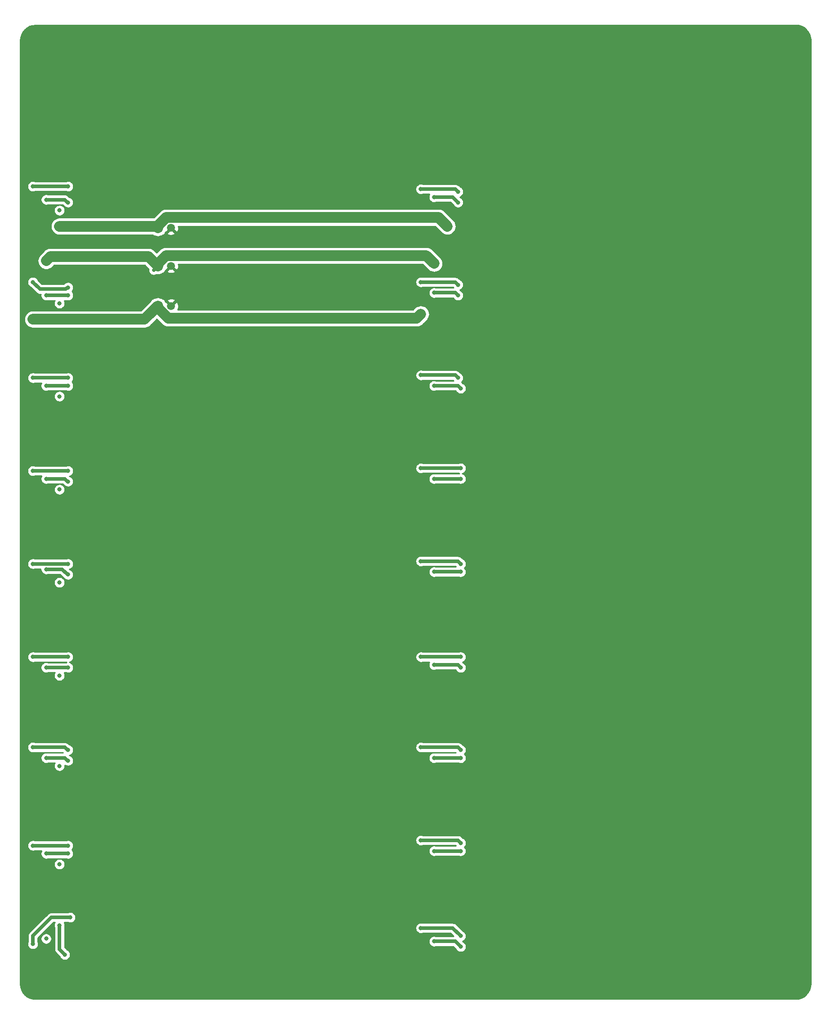
<source format=gbr>
G04 #@! TF.GenerationSoftware,KiCad,Pcbnew,(5.1.5)-3*
G04 #@! TF.CreationDate,2021-02-01T12:28:56+11:00*
G04 #@! TF.ProjectId,LED Array,4c454420-4172-4726-9179-2e6b69636164,rev?*
G04 #@! TF.SameCoordinates,Original*
G04 #@! TF.FileFunction,Copper,L2,Bot*
G04 #@! TF.FilePolarity,Positive*
%FSLAX46Y46*%
G04 Gerber Fmt 4.6, Leading zero omitted, Abs format (unit mm)*
G04 Created by KiCad (PCBNEW (5.1.5)-3) date 2021-02-01 12:28:56*
%MOMM*%
%LPD*%
G04 APERTURE LIST*
%ADD10R,1.508000X1.508000*%
%ADD11C,1.508000*%
%ADD12C,1.600000*%
%ADD13C,0.800000*%
%ADD14C,0.650000*%
%ADD15C,2.000000*%
%ADD16C,0.254000*%
G04 APERTURE END LIST*
D10*
X160000000Y-100975000D03*
D11*
X162500000Y-100975000D03*
D10*
X160000000Y-93475000D03*
D11*
X162500000Y-93475000D03*
X162500000Y-86317500D03*
D10*
X160000000Y-86317500D03*
D12*
X136500000Y-103500000D03*
D13*
X136500000Y-78500000D03*
X136500000Y-96500000D03*
X136500000Y-114500000D03*
X136500000Y-132000000D03*
X136500000Y-149500000D03*
X136500000Y-167000000D03*
X136500000Y-184000000D03*
X136500000Y-202500000D03*
X136500000Y-221000000D03*
X143500000Y-216000000D03*
X143100000Y-202500000D03*
X143100000Y-184500000D03*
X143100000Y-167000000D03*
X143100000Y-149500000D03*
X143100000Y-132000000D03*
X143100000Y-114500000D03*
X143100000Y-97500000D03*
X143100000Y-78500000D03*
D12*
X209500000Y-102500000D03*
D13*
X209500000Y-218000000D03*
X217000000Y-219500000D03*
X209500000Y-201500000D03*
X209500000Y-184000000D03*
X209500000Y-167000000D03*
X209500000Y-149000000D03*
X209500000Y-131500000D03*
X209500000Y-114000000D03*
X209500000Y-96500000D03*
X209500000Y-79000000D03*
X216500000Y-79500000D03*
X216500000Y-97000000D03*
X216500000Y-114500000D03*
X217000000Y-131500000D03*
X217000000Y-149500000D03*
X217000000Y-167000000D03*
X217000000Y-184500000D03*
X217000000Y-202000000D03*
D12*
X141500000Y-86000000D03*
D13*
X141500000Y-83000000D03*
X141500000Y-100500000D03*
X141500000Y-118000000D03*
X141500000Y-135500000D03*
X141500000Y-153000000D03*
X141500000Y-170500000D03*
X141500000Y-187500000D03*
X141500000Y-206000000D03*
X141500000Y-217500000D03*
X142500000Y-223000000D03*
D12*
X214500000Y-86000000D03*
X139000000Y-92500000D03*
D13*
X139000000Y-81000000D03*
X139000000Y-99000000D03*
X139000000Y-116000000D03*
X139000000Y-133500000D03*
X139000000Y-150500000D03*
X139000000Y-169000000D03*
X139000000Y-186000000D03*
X139000000Y-204000000D03*
X139000000Y-220000000D03*
X143100000Y-204000000D03*
X143100000Y-186500000D03*
X143100000Y-169000000D03*
X143100000Y-151500000D03*
X143100000Y-134000000D03*
X143100000Y-116000000D03*
X143100000Y-99000000D03*
X143100000Y-81500000D03*
D12*
X212000000Y-93000000D03*
D13*
X212000000Y-220500000D03*
X217000000Y-221500000D03*
X212000000Y-203500000D03*
X212000000Y-186000000D03*
X212000000Y-168500000D03*
X212000000Y-151000000D03*
X212000000Y-133500000D03*
X212000000Y-116000000D03*
X212000000Y-98500000D03*
X212000000Y-80500000D03*
X216500000Y-81500000D03*
X216500000Y-99000000D03*
X217000000Y-116500000D03*
X217000000Y-133500000D03*
X217000000Y-151000000D03*
X217000000Y-169000000D03*
X217000000Y-186000000D03*
X217000000Y-203500000D03*
X166000000Y-99500000D03*
X164500000Y-99500000D03*
X179000000Y-88000000D03*
X187500000Y-88000000D03*
X196500000Y-88000000D03*
X179000000Y-95000000D03*
X187500000Y-95000000D03*
X196500000Y-95000000D03*
X156000000Y-99500000D03*
X156000000Y-101000000D03*
D14*
X136500000Y-221000000D02*
X136500000Y-219500000D01*
X136500000Y-219500000D02*
X140000000Y-216000000D01*
X140000000Y-216000000D02*
X143500000Y-216000000D01*
X136500000Y-202500000D02*
X143000000Y-202500000D01*
X143000000Y-202500000D02*
X143100000Y-202500000D01*
X136500000Y-184000000D02*
X142500000Y-184000000D01*
X143000000Y-184500000D02*
X143100000Y-184500000D01*
X142500000Y-184000000D02*
X143000000Y-184500000D01*
X136500000Y-167000000D02*
X143000000Y-167000000D01*
X143000000Y-167000000D02*
X143100000Y-167000000D01*
X136500000Y-149500000D02*
X143000000Y-149500000D01*
X143000000Y-149500000D02*
X143100000Y-149500000D01*
X136500000Y-132000000D02*
X143000000Y-132000000D01*
X143000000Y-132000000D02*
X143100000Y-132000000D01*
X136500000Y-114500000D02*
X143000000Y-114500000D01*
X143000000Y-114500000D02*
X143100000Y-114500000D01*
X137825001Y-97825001D02*
X142674999Y-97825001D01*
X136500000Y-96500000D02*
X137825001Y-97825001D01*
X143000000Y-97500000D02*
X143100000Y-97500000D01*
X142674999Y-97825001D02*
X143000000Y-97500000D01*
X136500000Y-78500000D02*
X143000000Y-78500000D01*
X143000000Y-78500000D02*
X143100000Y-78500000D01*
D15*
X158375010Y-102599990D02*
X160000000Y-100975000D01*
X208700001Y-103299999D02*
X209500000Y-102500000D01*
X160000000Y-101366922D02*
X161933077Y-103299999D01*
X161933077Y-103299999D02*
X208700001Y-103299999D01*
X160000000Y-100975000D02*
X160000000Y-101366922D01*
D14*
X209500000Y-218000000D02*
X215500000Y-218000000D01*
X215500000Y-218000000D02*
X217000000Y-219500000D01*
X209500000Y-79000000D02*
X216000000Y-79000000D01*
X216000000Y-79000000D02*
X216500000Y-79500000D01*
X209500000Y-96500000D02*
X216000000Y-96500000D01*
X216000000Y-96500000D02*
X216500000Y-97000000D01*
X209500000Y-114000000D02*
X216000000Y-114000000D01*
X216000000Y-114000000D02*
X216500000Y-114500000D01*
X209500000Y-131500000D02*
X217000000Y-131500000D01*
X209500000Y-149000000D02*
X216500000Y-149000000D01*
X216500000Y-149000000D02*
X217000000Y-149500000D01*
X209500000Y-167000000D02*
X217000000Y-167000000D01*
X209500000Y-184000000D02*
X216500000Y-184000000D01*
X216500000Y-184000000D02*
X217000000Y-184500000D01*
X209500000Y-201500000D02*
X216500000Y-201500000D01*
X216500000Y-201500000D02*
X217000000Y-202000000D01*
D15*
X157475000Y-103500000D02*
X158375010Y-102599990D01*
X136500000Y-103500000D02*
X157475000Y-103500000D01*
D14*
X141500000Y-217500000D02*
X141500000Y-222000000D01*
X141500000Y-222000000D02*
X142500000Y-223000000D01*
D15*
X159682500Y-86000000D02*
X160000000Y-86317500D01*
X141500000Y-86000000D02*
X159682500Y-86000000D01*
X212863499Y-84363499D02*
X214500000Y-86000000D01*
X160000000Y-85925578D02*
X161562079Y-84363499D01*
X161562079Y-84363499D02*
X212863499Y-84363499D01*
X160000000Y-86317500D02*
X160000000Y-85925578D01*
D14*
X159225000Y-94250000D02*
X160000000Y-93475000D01*
X139000000Y-204000000D02*
X143000000Y-204000000D01*
X143000000Y-204000000D02*
X143100000Y-204000000D01*
X139000000Y-186000000D02*
X142500000Y-186000000D01*
X143000000Y-186500000D02*
X143100000Y-186500000D01*
X142500000Y-186000000D02*
X143000000Y-186500000D01*
X139000000Y-169000000D02*
X143000000Y-169000000D01*
X143000000Y-169000000D02*
X143100000Y-169000000D01*
X139000000Y-150500000D02*
X142000000Y-150500000D01*
X143000000Y-151500000D02*
X143100000Y-151500000D01*
X142000000Y-150500000D02*
X143000000Y-151500000D01*
X139000000Y-133500000D02*
X142500000Y-133500000D01*
X143000000Y-134000000D02*
X143100000Y-134000000D01*
X142500000Y-133500000D02*
X143000000Y-134000000D01*
X139000000Y-116000000D02*
X143000000Y-116000000D01*
X143000000Y-116000000D02*
X143100000Y-116000000D01*
X139000000Y-99000000D02*
X143000000Y-99000000D01*
X143000000Y-99000000D02*
X143100000Y-99000000D01*
X139000000Y-81000000D02*
X142500000Y-81000000D01*
X143000000Y-81500000D02*
X143100000Y-81500000D01*
X142500000Y-81000000D02*
X143000000Y-81500000D01*
D15*
X158225001Y-91700001D02*
X160000000Y-93475000D01*
X139799999Y-91700001D02*
X158225001Y-91700001D01*
X139000000Y-92500000D02*
X139799999Y-91700001D01*
X210520999Y-91520999D02*
X212000000Y-93000000D01*
X161562079Y-91520999D02*
X210520999Y-91520999D01*
X160000000Y-93083078D02*
X161562079Y-91520999D01*
X160000000Y-93475000D02*
X160000000Y-93083078D01*
D14*
X212000000Y-220500000D02*
X216000000Y-220500000D01*
X216000000Y-220500000D02*
X217000000Y-221500000D01*
X212000000Y-80500000D02*
X215500000Y-80500000D01*
X215500000Y-80500000D02*
X216500000Y-81500000D01*
X212000000Y-98500000D02*
X216000000Y-98500000D01*
X216000000Y-98500000D02*
X216500000Y-99000000D01*
X212000000Y-116000000D02*
X216500000Y-116000000D01*
X216500000Y-116000000D02*
X217000000Y-116500000D01*
X212000000Y-133500000D02*
X217000000Y-133500000D01*
X212000000Y-151000000D02*
X217000000Y-151000000D01*
X212000000Y-168500000D02*
X216500000Y-168500000D01*
X216500000Y-168500000D02*
X217000000Y-169000000D01*
X212000000Y-186000000D02*
X217000000Y-186000000D01*
X212000000Y-203500000D02*
X217000000Y-203500000D01*
D16*
G36*
X280551010Y-48217192D02*
G01*
X281081036Y-48377216D01*
X281569879Y-48637140D01*
X281998931Y-48987065D01*
X282351844Y-49413664D01*
X282615173Y-49900681D01*
X282778894Y-50429578D01*
X282840000Y-51010960D01*
X282840001Y-228467711D01*
X282782808Y-229051010D01*
X282622783Y-229581036D01*
X282362860Y-230069880D01*
X282012935Y-230498931D01*
X281586335Y-230851845D01*
X281099320Y-231115173D01*
X280570422Y-231278894D01*
X279989040Y-231340000D01*
X137032279Y-231340000D01*
X136448990Y-231282808D01*
X135918964Y-231122783D01*
X135430120Y-230862860D01*
X135001069Y-230512935D01*
X134648155Y-230086335D01*
X134384827Y-229599320D01*
X134221106Y-229070422D01*
X134160000Y-228489040D01*
X134160000Y-220898061D01*
X135465000Y-220898061D01*
X135465000Y-221101939D01*
X135504774Y-221301898D01*
X135582795Y-221490256D01*
X135696063Y-221659774D01*
X135840226Y-221803937D01*
X136009744Y-221917205D01*
X136198102Y-221995226D01*
X136398061Y-222035000D01*
X136601939Y-222035000D01*
X136801898Y-221995226D01*
X136990256Y-221917205D01*
X137159774Y-221803937D01*
X137303937Y-221659774D01*
X137417205Y-221490256D01*
X137495226Y-221301898D01*
X137535000Y-221101939D01*
X137535000Y-220898061D01*
X137495226Y-220698102D01*
X137460000Y-220613060D01*
X137460000Y-219898061D01*
X137965000Y-219898061D01*
X137965000Y-220101939D01*
X138004774Y-220301898D01*
X138082795Y-220490256D01*
X138196063Y-220659774D01*
X138340226Y-220803937D01*
X138509744Y-220917205D01*
X138698102Y-220995226D01*
X138898061Y-221035000D01*
X139101939Y-221035000D01*
X139301898Y-220995226D01*
X139490256Y-220917205D01*
X139659774Y-220803937D01*
X139803937Y-220659774D01*
X139917205Y-220490256D01*
X139995226Y-220301898D01*
X140035000Y-220101939D01*
X140035000Y-219898061D01*
X139995226Y-219698102D01*
X139917205Y-219509744D01*
X139803937Y-219340226D01*
X139659774Y-219196063D01*
X139490256Y-219082795D01*
X139301898Y-219004774D01*
X139101939Y-218965000D01*
X138898061Y-218965000D01*
X138698102Y-219004774D01*
X138509744Y-219082795D01*
X138340226Y-219196063D01*
X138196063Y-219340226D01*
X138082795Y-219509744D01*
X138004774Y-219698102D01*
X137965000Y-219898061D01*
X137460000Y-219898061D01*
X137460000Y-219897644D01*
X140397645Y-216960000D01*
X140616033Y-216960000D01*
X140582795Y-217009744D01*
X140504774Y-217198102D01*
X140465000Y-217398061D01*
X140465000Y-217601939D01*
X140504774Y-217801898D01*
X140540000Y-217886941D01*
X140540001Y-221952838D01*
X140535356Y-222000000D01*
X140540001Y-222047162D01*
X140553891Y-222188193D01*
X140561165Y-222212171D01*
X140608784Y-222369153D01*
X140697927Y-222535928D01*
X140775825Y-222630846D01*
X140817894Y-222682107D01*
X140854526Y-222712170D01*
X141547569Y-223405214D01*
X141582795Y-223490256D01*
X141696063Y-223659774D01*
X141840226Y-223803937D01*
X142009744Y-223917205D01*
X142198102Y-223995226D01*
X142398061Y-224035000D01*
X142601939Y-224035000D01*
X142801898Y-223995226D01*
X142990256Y-223917205D01*
X143159774Y-223803937D01*
X143303937Y-223659774D01*
X143417205Y-223490256D01*
X143495226Y-223301898D01*
X143535000Y-223101939D01*
X143535000Y-222898061D01*
X143495226Y-222698102D01*
X143417205Y-222509744D01*
X143303937Y-222340226D01*
X143159774Y-222196063D01*
X142990256Y-222082795D01*
X142905214Y-222047569D01*
X142460000Y-221602356D01*
X142460000Y-217898061D01*
X208465000Y-217898061D01*
X208465000Y-218101939D01*
X208504774Y-218301898D01*
X208582795Y-218490256D01*
X208696063Y-218659774D01*
X208840226Y-218803937D01*
X209009744Y-218917205D01*
X209198102Y-218995226D01*
X209398061Y-219035000D01*
X209601939Y-219035000D01*
X209801898Y-218995226D01*
X209886940Y-218960000D01*
X215102356Y-218960000D01*
X215682355Y-219540000D01*
X212386940Y-219540000D01*
X212301898Y-219504774D01*
X212101939Y-219465000D01*
X211898061Y-219465000D01*
X211698102Y-219504774D01*
X211509744Y-219582795D01*
X211340226Y-219696063D01*
X211196063Y-219840226D01*
X211082795Y-220009744D01*
X211004774Y-220198102D01*
X210965000Y-220398061D01*
X210965000Y-220601939D01*
X211004774Y-220801898D01*
X211082795Y-220990256D01*
X211196063Y-221159774D01*
X211340226Y-221303937D01*
X211509744Y-221417205D01*
X211698102Y-221495226D01*
X211898061Y-221535000D01*
X212101939Y-221535000D01*
X212301898Y-221495226D01*
X212386940Y-221460000D01*
X215602356Y-221460000D01*
X216047569Y-221905214D01*
X216082795Y-221990256D01*
X216196063Y-222159774D01*
X216340226Y-222303937D01*
X216509744Y-222417205D01*
X216698102Y-222495226D01*
X216898061Y-222535000D01*
X217101939Y-222535000D01*
X217301898Y-222495226D01*
X217490256Y-222417205D01*
X217659774Y-222303937D01*
X217803937Y-222159774D01*
X217917205Y-221990256D01*
X217995226Y-221801898D01*
X218035000Y-221601939D01*
X218035000Y-221398061D01*
X217995226Y-221198102D01*
X217917205Y-221009744D01*
X217803937Y-220840226D01*
X217659774Y-220696063D01*
X217490256Y-220582795D01*
X217405214Y-220547569D01*
X217337941Y-220480296D01*
X217490256Y-220417205D01*
X217659774Y-220303937D01*
X217803937Y-220159774D01*
X217917205Y-219990256D01*
X217995226Y-219801898D01*
X218035000Y-219601939D01*
X218035000Y-219398061D01*
X217995226Y-219198102D01*
X217917205Y-219009744D01*
X217803937Y-218840226D01*
X217659774Y-218696063D01*
X217490256Y-218582795D01*
X217405214Y-218547569D01*
X216212175Y-217354531D01*
X216182107Y-217317893D01*
X216035928Y-217197927D01*
X215869154Y-217108784D01*
X215688193Y-217053890D01*
X215547162Y-217040000D01*
X215547152Y-217040000D01*
X215500000Y-217035356D01*
X215452848Y-217040000D01*
X209886940Y-217040000D01*
X209801898Y-217004774D01*
X209601939Y-216965000D01*
X209398061Y-216965000D01*
X209198102Y-217004774D01*
X209009744Y-217082795D01*
X208840226Y-217196063D01*
X208696063Y-217340226D01*
X208582795Y-217509744D01*
X208504774Y-217698102D01*
X208465000Y-217898061D01*
X142460000Y-217898061D01*
X142460000Y-217886940D01*
X142495226Y-217801898D01*
X142535000Y-217601939D01*
X142535000Y-217398061D01*
X142495226Y-217198102D01*
X142417205Y-217009744D01*
X142383967Y-216960000D01*
X143113060Y-216960000D01*
X143198102Y-216995226D01*
X143398061Y-217035000D01*
X143601939Y-217035000D01*
X143801898Y-216995226D01*
X143990256Y-216917205D01*
X144159774Y-216803937D01*
X144303937Y-216659774D01*
X144417205Y-216490256D01*
X144495226Y-216301898D01*
X144535000Y-216101939D01*
X144535000Y-215898061D01*
X144495226Y-215698102D01*
X144417205Y-215509744D01*
X144303937Y-215340226D01*
X144159774Y-215196063D01*
X143990256Y-215082795D01*
X143801898Y-215004774D01*
X143601939Y-214965000D01*
X143398061Y-214965000D01*
X143198102Y-215004774D01*
X143113060Y-215040000D01*
X140047151Y-215040000D01*
X139999999Y-215035356D01*
X139952847Y-215040000D01*
X139952838Y-215040000D01*
X139811807Y-215053890D01*
X139630846Y-215108784D01*
X139522163Y-215166876D01*
X139464071Y-215197927D01*
X139366869Y-215277699D01*
X139317893Y-215317893D01*
X139287829Y-215354526D01*
X135854526Y-218787830D01*
X135817894Y-218817893D01*
X135787831Y-218854525D01*
X135787829Y-218854527D01*
X135697927Y-218964072D01*
X135608784Y-219130847D01*
X135588383Y-219198102D01*
X135553892Y-219311806D01*
X135553891Y-219311808D01*
X135535356Y-219500000D01*
X135540001Y-219547162D01*
X135540000Y-220613059D01*
X135504774Y-220698102D01*
X135465000Y-220898061D01*
X134160000Y-220898061D01*
X134160000Y-205898061D01*
X140465000Y-205898061D01*
X140465000Y-206101939D01*
X140504774Y-206301898D01*
X140582795Y-206490256D01*
X140696063Y-206659774D01*
X140840226Y-206803937D01*
X141009744Y-206917205D01*
X141198102Y-206995226D01*
X141398061Y-207035000D01*
X141601939Y-207035000D01*
X141801898Y-206995226D01*
X141990256Y-206917205D01*
X142159774Y-206803937D01*
X142303937Y-206659774D01*
X142417205Y-206490256D01*
X142495226Y-206301898D01*
X142535000Y-206101939D01*
X142535000Y-205898061D01*
X142495226Y-205698102D01*
X142417205Y-205509744D01*
X142303937Y-205340226D01*
X142159774Y-205196063D01*
X141990256Y-205082795D01*
X141801898Y-205004774D01*
X141601939Y-204965000D01*
X141398061Y-204965000D01*
X141198102Y-205004774D01*
X141009744Y-205082795D01*
X140840226Y-205196063D01*
X140696063Y-205340226D01*
X140582795Y-205509744D01*
X140504774Y-205698102D01*
X140465000Y-205898061D01*
X134160000Y-205898061D01*
X134160000Y-202398061D01*
X135465000Y-202398061D01*
X135465000Y-202601939D01*
X135504774Y-202801898D01*
X135582795Y-202990256D01*
X135696063Y-203159774D01*
X135840226Y-203303937D01*
X136009744Y-203417205D01*
X136198102Y-203495226D01*
X136398061Y-203535000D01*
X136601939Y-203535000D01*
X136801898Y-203495226D01*
X136886940Y-203460000D01*
X138116033Y-203460000D01*
X138082795Y-203509744D01*
X138004774Y-203698102D01*
X137965000Y-203898061D01*
X137965000Y-204101939D01*
X138004774Y-204301898D01*
X138082795Y-204490256D01*
X138196063Y-204659774D01*
X138340226Y-204803937D01*
X138509744Y-204917205D01*
X138698102Y-204995226D01*
X138898061Y-205035000D01*
X139101939Y-205035000D01*
X139301898Y-204995226D01*
X139386940Y-204960000D01*
X142713060Y-204960000D01*
X142798102Y-204995226D01*
X142998061Y-205035000D01*
X143201939Y-205035000D01*
X143401898Y-204995226D01*
X143590256Y-204917205D01*
X143759774Y-204803937D01*
X143903937Y-204659774D01*
X144017205Y-204490256D01*
X144095226Y-204301898D01*
X144135000Y-204101939D01*
X144135000Y-203898061D01*
X144095226Y-203698102D01*
X144017205Y-203509744D01*
X143903937Y-203340226D01*
X143813711Y-203250000D01*
X143903937Y-203159774D01*
X144017205Y-202990256D01*
X144095226Y-202801898D01*
X144135000Y-202601939D01*
X144135000Y-202398061D01*
X144095226Y-202198102D01*
X144017205Y-202009744D01*
X143903937Y-201840226D01*
X143759774Y-201696063D01*
X143590256Y-201582795D01*
X143401898Y-201504774D01*
X143201939Y-201465000D01*
X142998061Y-201465000D01*
X142798102Y-201504774D01*
X142713060Y-201540000D01*
X136886940Y-201540000D01*
X136801898Y-201504774D01*
X136601939Y-201465000D01*
X136398061Y-201465000D01*
X136198102Y-201504774D01*
X136009744Y-201582795D01*
X135840226Y-201696063D01*
X135696063Y-201840226D01*
X135582795Y-202009744D01*
X135504774Y-202198102D01*
X135465000Y-202398061D01*
X134160000Y-202398061D01*
X134160000Y-201398061D01*
X208465000Y-201398061D01*
X208465000Y-201601939D01*
X208504774Y-201801898D01*
X208582795Y-201990256D01*
X208696063Y-202159774D01*
X208840226Y-202303937D01*
X209009744Y-202417205D01*
X209198102Y-202495226D01*
X209398061Y-202535000D01*
X209601939Y-202535000D01*
X209801898Y-202495226D01*
X209886940Y-202460000D01*
X216070262Y-202460000D01*
X216082795Y-202490256D01*
X216116033Y-202540000D01*
X212386940Y-202540000D01*
X212301898Y-202504774D01*
X212101939Y-202465000D01*
X211898061Y-202465000D01*
X211698102Y-202504774D01*
X211509744Y-202582795D01*
X211340226Y-202696063D01*
X211196063Y-202840226D01*
X211082795Y-203009744D01*
X211004774Y-203198102D01*
X210965000Y-203398061D01*
X210965000Y-203601939D01*
X211004774Y-203801898D01*
X211082795Y-203990256D01*
X211196063Y-204159774D01*
X211340226Y-204303937D01*
X211509744Y-204417205D01*
X211698102Y-204495226D01*
X211898061Y-204535000D01*
X212101939Y-204535000D01*
X212301898Y-204495226D01*
X212386940Y-204460000D01*
X216613060Y-204460000D01*
X216698102Y-204495226D01*
X216898061Y-204535000D01*
X217101939Y-204535000D01*
X217301898Y-204495226D01*
X217490256Y-204417205D01*
X217659774Y-204303937D01*
X217803937Y-204159774D01*
X217917205Y-203990256D01*
X217995226Y-203801898D01*
X218035000Y-203601939D01*
X218035000Y-203398061D01*
X217995226Y-203198102D01*
X217917205Y-203009744D01*
X217803937Y-202840226D01*
X217713711Y-202750000D01*
X217803937Y-202659774D01*
X217917205Y-202490256D01*
X217995226Y-202301898D01*
X218035000Y-202101939D01*
X218035000Y-201898061D01*
X217995226Y-201698102D01*
X217917205Y-201509744D01*
X217803937Y-201340226D01*
X217659774Y-201196063D01*
X217490256Y-201082795D01*
X217405213Y-201047569D01*
X217212175Y-200854531D01*
X217182107Y-200817893D01*
X217035928Y-200697927D01*
X216869154Y-200608784D01*
X216688193Y-200553890D01*
X216547162Y-200540000D01*
X216547152Y-200540000D01*
X216500000Y-200535356D01*
X216452848Y-200540000D01*
X209886940Y-200540000D01*
X209801898Y-200504774D01*
X209601939Y-200465000D01*
X209398061Y-200465000D01*
X209198102Y-200504774D01*
X209009744Y-200582795D01*
X208840226Y-200696063D01*
X208696063Y-200840226D01*
X208582795Y-201009744D01*
X208504774Y-201198102D01*
X208465000Y-201398061D01*
X134160000Y-201398061D01*
X134160000Y-183898061D01*
X135465000Y-183898061D01*
X135465000Y-184101939D01*
X135504774Y-184301898D01*
X135582795Y-184490256D01*
X135696063Y-184659774D01*
X135840226Y-184803937D01*
X136009744Y-184917205D01*
X136198102Y-184995226D01*
X136398061Y-185035000D01*
X136601939Y-185035000D01*
X136801898Y-184995226D01*
X136886940Y-184960000D01*
X142102356Y-184960000D01*
X142182356Y-185040000D01*
X139386940Y-185040000D01*
X139301898Y-185004774D01*
X139101939Y-184965000D01*
X138898061Y-184965000D01*
X138698102Y-185004774D01*
X138509744Y-185082795D01*
X138340226Y-185196063D01*
X138196063Y-185340226D01*
X138082795Y-185509744D01*
X138004774Y-185698102D01*
X137965000Y-185898061D01*
X137965000Y-186101939D01*
X138004774Y-186301898D01*
X138082795Y-186490256D01*
X138196063Y-186659774D01*
X138340226Y-186803937D01*
X138509744Y-186917205D01*
X138698102Y-186995226D01*
X138898061Y-187035000D01*
X139101939Y-187035000D01*
X139301898Y-186995226D01*
X139386940Y-186960000D01*
X140616033Y-186960000D01*
X140582795Y-187009744D01*
X140504774Y-187198102D01*
X140465000Y-187398061D01*
X140465000Y-187601939D01*
X140504774Y-187801898D01*
X140582795Y-187990256D01*
X140696063Y-188159774D01*
X140840226Y-188303937D01*
X141009744Y-188417205D01*
X141198102Y-188495226D01*
X141398061Y-188535000D01*
X141601939Y-188535000D01*
X141801898Y-188495226D01*
X141990256Y-188417205D01*
X142159774Y-188303937D01*
X142303937Y-188159774D01*
X142417205Y-187990256D01*
X142495226Y-187801898D01*
X142535000Y-187601939D01*
X142535000Y-187398061D01*
X142527935Y-187362542D01*
X142609744Y-187417205D01*
X142798102Y-187495226D01*
X142998061Y-187535000D01*
X143201939Y-187535000D01*
X143401898Y-187495226D01*
X143590256Y-187417205D01*
X143759774Y-187303937D01*
X143903937Y-187159774D01*
X144017205Y-186990256D01*
X144095226Y-186801898D01*
X144135000Y-186601939D01*
X144135000Y-186398061D01*
X144095226Y-186198102D01*
X144017205Y-186009744D01*
X143903937Y-185840226D01*
X143759774Y-185696063D01*
X143590256Y-185582795D01*
X143401898Y-185504774D01*
X143377897Y-185500000D01*
X143401898Y-185495226D01*
X143590256Y-185417205D01*
X143759774Y-185303937D01*
X143903937Y-185159774D01*
X144017205Y-184990256D01*
X144095226Y-184801898D01*
X144135000Y-184601939D01*
X144135000Y-184398061D01*
X144095226Y-184198102D01*
X144017205Y-184009744D01*
X143942582Y-183898061D01*
X208465000Y-183898061D01*
X208465000Y-184101939D01*
X208504774Y-184301898D01*
X208582795Y-184490256D01*
X208696063Y-184659774D01*
X208840226Y-184803937D01*
X209009744Y-184917205D01*
X209198102Y-184995226D01*
X209398061Y-185035000D01*
X209601939Y-185035000D01*
X209801898Y-184995226D01*
X209886940Y-184960000D01*
X216070262Y-184960000D01*
X216082795Y-184990256D01*
X216116033Y-185040000D01*
X212386940Y-185040000D01*
X212301898Y-185004774D01*
X212101939Y-184965000D01*
X211898061Y-184965000D01*
X211698102Y-185004774D01*
X211509744Y-185082795D01*
X211340226Y-185196063D01*
X211196063Y-185340226D01*
X211082795Y-185509744D01*
X211004774Y-185698102D01*
X210965000Y-185898061D01*
X210965000Y-186101939D01*
X211004774Y-186301898D01*
X211082795Y-186490256D01*
X211196063Y-186659774D01*
X211340226Y-186803937D01*
X211509744Y-186917205D01*
X211698102Y-186995226D01*
X211898061Y-187035000D01*
X212101939Y-187035000D01*
X212301898Y-186995226D01*
X212386940Y-186960000D01*
X216613060Y-186960000D01*
X216698102Y-186995226D01*
X216898061Y-187035000D01*
X217101939Y-187035000D01*
X217301898Y-186995226D01*
X217490256Y-186917205D01*
X217659774Y-186803937D01*
X217803937Y-186659774D01*
X217917205Y-186490256D01*
X217995226Y-186301898D01*
X218035000Y-186101939D01*
X218035000Y-185898061D01*
X217995226Y-185698102D01*
X217917205Y-185509744D01*
X217803937Y-185340226D01*
X217713711Y-185250000D01*
X217803937Y-185159774D01*
X217917205Y-184990256D01*
X217995226Y-184801898D01*
X218035000Y-184601939D01*
X218035000Y-184398061D01*
X217995226Y-184198102D01*
X217917205Y-184009744D01*
X217803937Y-183840226D01*
X217659774Y-183696063D01*
X217490256Y-183582795D01*
X217405213Y-183547569D01*
X217212175Y-183354531D01*
X217182107Y-183317893D01*
X217035928Y-183197927D01*
X216869154Y-183108784D01*
X216688193Y-183053890D01*
X216547162Y-183040000D01*
X216547152Y-183040000D01*
X216500000Y-183035356D01*
X216452848Y-183040000D01*
X209886940Y-183040000D01*
X209801898Y-183004774D01*
X209601939Y-182965000D01*
X209398061Y-182965000D01*
X209198102Y-183004774D01*
X209009744Y-183082795D01*
X208840226Y-183196063D01*
X208696063Y-183340226D01*
X208582795Y-183509744D01*
X208504774Y-183698102D01*
X208465000Y-183898061D01*
X143942582Y-183898061D01*
X143903937Y-183840226D01*
X143759774Y-183696063D01*
X143590256Y-183582795D01*
X143401898Y-183504774D01*
X143352615Y-183494971D01*
X143212175Y-183354531D01*
X143182107Y-183317893D01*
X143035928Y-183197927D01*
X142869154Y-183108784D01*
X142688193Y-183053890D01*
X142547162Y-183040000D01*
X142547152Y-183040000D01*
X142500000Y-183035356D01*
X142452848Y-183040000D01*
X136886940Y-183040000D01*
X136801898Y-183004774D01*
X136601939Y-182965000D01*
X136398061Y-182965000D01*
X136198102Y-183004774D01*
X136009744Y-183082795D01*
X135840226Y-183196063D01*
X135696063Y-183340226D01*
X135582795Y-183509744D01*
X135504774Y-183698102D01*
X135465000Y-183898061D01*
X134160000Y-183898061D01*
X134160000Y-166898061D01*
X135465000Y-166898061D01*
X135465000Y-167101939D01*
X135504774Y-167301898D01*
X135582795Y-167490256D01*
X135696063Y-167659774D01*
X135840226Y-167803937D01*
X136009744Y-167917205D01*
X136198102Y-167995226D01*
X136398061Y-168035000D01*
X136601939Y-168035000D01*
X136801898Y-167995226D01*
X136886940Y-167960000D01*
X142713060Y-167960000D01*
X142798102Y-167995226D01*
X142822103Y-168000000D01*
X142798102Y-168004774D01*
X142713060Y-168040000D01*
X139386940Y-168040000D01*
X139301898Y-168004774D01*
X139101939Y-167965000D01*
X138898061Y-167965000D01*
X138698102Y-168004774D01*
X138509744Y-168082795D01*
X138340226Y-168196063D01*
X138196063Y-168340226D01*
X138082795Y-168509744D01*
X138004774Y-168698102D01*
X137965000Y-168898061D01*
X137965000Y-169101939D01*
X138004774Y-169301898D01*
X138082795Y-169490256D01*
X138196063Y-169659774D01*
X138340226Y-169803937D01*
X138509744Y-169917205D01*
X138698102Y-169995226D01*
X138898061Y-170035000D01*
X139101939Y-170035000D01*
X139301898Y-169995226D01*
X139386940Y-169960000D01*
X140616033Y-169960000D01*
X140582795Y-170009744D01*
X140504774Y-170198102D01*
X140465000Y-170398061D01*
X140465000Y-170601939D01*
X140504774Y-170801898D01*
X140582795Y-170990256D01*
X140696063Y-171159774D01*
X140840226Y-171303937D01*
X141009744Y-171417205D01*
X141198102Y-171495226D01*
X141398061Y-171535000D01*
X141601939Y-171535000D01*
X141801898Y-171495226D01*
X141990256Y-171417205D01*
X142159774Y-171303937D01*
X142303937Y-171159774D01*
X142417205Y-170990256D01*
X142495226Y-170801898D01*
X142535000Y-170601939D01*
X142535000Y-170398061D01*
X142495226Y-170198102D01*
X142417205Y-170009744D01*
X142383967Y-169960000D01*
X142713060Y-169960000D01*
X142798102Y-169995226D01*
X142998061Y-170035000D01*
X143201939Y-170035000D01*
X143401898Y-169995226D01*
X143590256Y-169917205D01*
X143759774Y-169803937D01*
X143903937Y-169659774D01*
X144017205Y-169490256D01*
X144095226Y-169301898D01*
X144135000Y-169101939D01*
X144135000Y-168898061D01*
X144095226Y-168698102D01*
X144017205Y-168509744D01*
X143903937Y-168340226D01*
X143759774Y-168196063D01*
X143590256Y-168082795D01*
X143401898Y-168004774D01*
X143377897Y-168000000D01*
X143401898Y-167995226D01*
X143590256Y-167917205D01*
X143759774Y-167803937D01*
X143903937Y-167659774D01*
X144017205Y-167490256D01*
X144095226Y-167301898D01*
X144135000Y-167101939D01*
X144135000Y-166898061D01*
X208465000Y-166898061D01*
X208465000Y-167101939D01*
X208504774Y-167301898D01*
X208582795Y-167490256D01*
X208696063Y-167659774D01*
X208840226Y-167803937D01*
X209009744Y-167917205D01*
X209198102Y-167995226D01*
X209398061Y-168035000D01*
X209601939Y-168035000D01*
X209801898Y-167995226D01*
X209886940Y-167960000D01*
X211116033Y-167960000D01*
X211082795Y-168009744D01*
X211004774Y-168198102D01*
X210965000Y-168398061D01*
X210965000Y-168601939D01*
X211004774Y-168801898D01*
X211082795Y-168990256D01*
X211196063Y-169159774D01*
X211340226Y-169303937D01*
X211509744Y-169417205D01*
X211698102Y-169495226D01*
X211898061Y-169535000D01*
X212101939Y-169535000D01*
X212301898Y-169495226D01*
X212386940Y-169460000D01*
X216070262Y-169460000D01*
X216082795Y-169490256D01*
X216196063Y-169659774D01*
X216340226Y-169803937D01*
X216509744Y-169917205D01*
X216698102Y-169995226D01*
X216898061Y-170035000D01*
X217101939Y-170035000D01*
X217301898Y-169995226D01*
X217490256Y-169917205D01*
X217659774Y-169803937D01*
X217803937Y-169659774D01*
X217917205Y-169490256D01*
X217995226Y-169301898D01*
X218035000Y-169101939D01*
X218035000Y-168898061D01*
X217995226Y-168698102D01*
X217917205Y-168509744D01*
X217803937Y-168340226D01*
X217659774Y-168196063D01*
X217490256Y-168082795D01*
X217405213Y-168047569D01*
X217337941Y-167980297D01*
X217490256Y-167917205D01*
X217659774Y-167803937D01*
X217803937Y-167659774D01*
X217917205Y-167490256D01*
X217995226Y-167301898D01*
X218035000Y-167101939D01*
X218035000Y-166898061D01*
X217995226Y-166698102D01*
X217917205Y-166509744D01*
X217803937Y-166340226D01*
X217659774Y-166196063D01*
X217490256Y-166082795D01*
X217301898Y-166004774D01*
X217101939Y-165965000D01*
X216898061Y-165965000D01*
X216698102Y-166004774D01*
X216613060Y-166040000D01*
X209886940Y-166040000D01*
X209801898Y-166004774D01*
X209601939Y-165965000D01*
X209398061Y-165965000D01*
X209198102Y-166004774D01*
X209009744Y-166082795D01*
X208840226Y-166196063D01*
X208696063Y-166340226D01*
X208582795Y-166509744D01*
X208504774Y-166698102D01*
X208465000Y-166898061D01*
X144135000Y-166898061D01*
X144095226Y-166698102D01*
X144017205Y-166509744D01*
X143903937Y-166340226D01*
X143759774Y-166196063D01*
X143590256Y-166082795D01*
X143401898Y-166004774D01*
X143201939Y-165965000D01*
X142998061Y-165965000D01*
X142798102Y-166004774D01*
X142713060Y-166040000D01*
X136886940Y-166040000D01*
X136801898Y-166004774D01*
X136601939Y-165965000D01*
X136398061Y-165965000D01*
X136198102Y-166004774D01*
X136009744Y-166082795D01*
X135840226Y-166196063D01*
X135696063Y-166340226D01*
X135582795Y-166509744D01*
X135504774Y-166698102D01*
X135465000Y-166898061D01*
X134160000Y-166898061D01*
X134160000Y-152898061D01*
X140465000Y-152898061D01*
X140465000Y-153101939D01*
X140504774Y-153301898D01*
X140582795Y-153490256D01*
X140696063Y-153659774D01*
X140840226Y-153803937D01*
X141009744Y-153917205D01*
X141198102Y-153995226D01*
X141398061Y-154035000D01*
X141601939Y-154035000D01*
X141801898Y-153995226D01*
X141990256Y-153917205D01*
X142159774Y-153803937D01*
X142303937Y-153659774D01*
X142417205Y-153490256D01*
X142495226Y-153301898D01*
X142535000Y-153101939D01*
X142535000Y-152898061D01*
X142495226Y-152698102D01*
X142417205Y-152509744D01*
X142303937Y-152340226D01*
X142159774Y-152196063D01*
X141990256Y-152082795D01*
X141801898Y-152004774D01*
X141601939Y-151965000D01*
X141398061Y-151965000D01*
X141198102Y-152004774D01*
X141009744Y-152082795D01*
X140840226Y-152196063D01*
X140696063Y-152340226D01*
X140582795Y-152509744D01*
X140504774Y-152698102D01*
X140465000Y-152898061D01*
X134160000Y-152898061D01*
X134160000Y-149398061D01*
X135465000Y-149398061D01*
X135465000Y-149601939D01*
X135504774Y-149801898D01*
X135582795Y-149990256D01*
X135696063Y-150159774D01*
X135840226Y-150303937D01*
X136009744Y-150417205D01*
X136198102Y-150495226D01*
X136398061Y-150535000D01*
X136601939Y-150535000D01*
X136801898Y-150495226D01*
X136886940Y-150460000D01*
X137965000Y-150460000D01*
X137965000Y-150601939D01*
X138004774Y-150801898D01*
X138082795Y-150990256D01*
X138196063Y-151159774D01*
X138340226Y-151303937D01*
X138509744Y-151417205D01*
X138698102Y-151495226D01*
X138898061Y-151535000D01*
X139101939Y-151535000D01*
X139301898Y-151495226D01*
X139386940Y-151460000D01*
X141602356Y-151460000D01*
X142283848Y-152141493D01*
X142296063Y-152159774D01*
X142315591Y-152179302D01*
X142317893Y-152182107D01*
X142320698Y-152184409D01*
X142440226Y-152303937D01*
X142609744Y-152417205D01*
X142798102Y-152495226D01*
X142998061Y-152535000D01*
X143201939Y-152535000D01*
X143401898Y-152495226D01*
X143590256Y-152417205D01*
X143759774Y-152303937D01*
X143903937Y-152159774D01*
X144017205Y-151990256D01*
X144095226Y-151801898D01*
X144135000Y-151601939D01*
X144135000Y-151398061D01*
X144095226Y-151198102D01*
X144017205Y-151009744D01*
X143903937Y-150840226D01*
X143759774Y-150696063D01*
X143590256Y-150582795D01*
X143401898Y-150504774D01*
X143377897Y-150500000D01*
X143401898Y-150495226D01*
X143590256Y-150417205D01*
X143759774Y-150303937D01*
X143903937Y-150159774D01*
X144017205Y-149990256D01*
X144095226Y-149801898D01*
X144135000Y-149601939D01*
X144135000Y-149398061D01*
X144095226Y-149198102D01*
X144017205Y-149009744D01*
X143942582Y-148898061D01*
X208465000Y-148898061D01*
X208465000Y-149101939D01*
X208504774Y-149301898D01*
X208582795Y-149490256D01*
X208696063Y-149659774D01*
X208840226Y-149803937D01*
X209009744Y-149917205D01*
X209198102Y-149995226D01*
X209398061Y-150035000D01*
X209601939Y-150035000D01*
X209801898Y-149995226D01*
X209886940Y-149960000D01*
X216070262Y-149960000D01*
X216082795Y-149990256D01*
X216116033Y-150040000D01*
X212386940Y-150040000D01*
X212301898Y-150004774D01*
X212101939Y-149965000D01*
X211898061Y-149965000D01*
X211698102Y-150004774D01*
X211509744Y-150082795D01*
X211340226Y-150196063D01*
X211196063Y-150340226D01*
X211082795Y-150509744D01*
X211004774Y-150698102D01*
X210965000Y-150898061D01*
X210965000Y-151101939D01*
X211004774Y-151301898D01*
X211082795Y-151490256D01*
X211196063Y-151659774D01*
X211340226Y-151803937D01*
X211509744Y-151917205D01*
X211698102Y-151995226D01*
X211898061Y-152035000D01*
X212101939Y-152035000D01*
X212301898Y-151995226D01*
X212386940Y-151960000D01*
X216613060Y-151960000D01*
X216698102Y-151995226D01*
X216898061Y-152035000D01*
X217101939Y-152035000D01*
X217301898Y-151995226D01*
X217490256Y-151917205D01*
X217659774Y-151803937D01*
X217803937Y-151659774D01*
X217917205Y-151490256D01*
X217995226Y-151301898D01*
X218035000Y-151101939D01*
X218035000Y-150898061D01*
X217995226Y-150698102D01*
X217917205Y-150509744D01*
X217803937Y-150340226D01*
X217713711Y-150250000D01*
X217803937Y-150159774D01*
X217917205Y-149990256D01*
X217995226Y-149801898D01*
X218035000Y-149601939D01*
X218035000Y-149398061D01*
X217995226Y-149198102D01*
X217917205Y-149009744D01*
X217803937Y-148840226D01*
X217659774Y-148696063D01*
X217490256Y-148582795D01*
X217405213Y-148547569D01*
X217212175Y-148354531D01*
X217182107Y-148317893D01*
X217035928Y-148197927D01*
X216869154Y-148108784D01*
X216688193Y-148053890D01*
X216547162Y-148040000D01*
X216547152Y-148040000D01*
X216500000Y-148035356D01*
X216452848Y-148040000D01*
X209886940Y-148040000D01*
X209801898Y-148004774D01*
X209601939Y-147965000D01*
X209398061Y-147965000D01*
X209198102Y-148004774D01*
X209009744Y-148082795D01*
X208840226Y-148196063D01*
X208696063Y-148340226D01*
X208582795Y-148509744D01*
X208504774Y-148698102D01*
X208465000Y-148898061D01*
X143942582Y-148898061D01*
X143903937Y-148840226D01*
X143759774Y-148696063D01*
X143590256Y-148582795D01*
X143401898Y-148504774D01*
X143201939Y-148465000D01*
X142998061Y-148465000D01*
X142798102Y-148504774D01*
X142713060Y-148540000D01*
X136886940Y-148540000D01*
X136801898Y-148504774D01*
X136601939Y-148465000D01*
X136398061Y-148465000D01*
X136198102Y-148504774D01*
X136009744Y-148582795D01*
X135840226Y-148696063D01*
X135696063Y-148840226D01*
X135582795Y-149009744D01*
X135504774Y-149198102D01*
X135465000Y-149398061D01*
X134160000Y-149398061D01*
X134160000Y-135398061D01*
X140465000Y-135398061D01*
X140465000Y-135601939D01*
X140504774Y-135801898D01*
X140582795Y-135990256D01*
X140696063Y-136159774D01*
X140840226Y-136303937D01*
X141009744Y-136417205D01*
X141198102Y-136495226D01*
X141398061Y-136535000D01*
X141601939Y-136535000D01*
X141801898Y-136495226D01*
X141990256Y-136417205D01*
X142159774Y-136303937D01*
X142303937Y-136159774D01*
X142417205Y-135990256D01*
X142495226Y-135801898D01*
X142535000Y-135601939D01*
X142535000Y-135398061D01*
X142495226Y-135198102D01*
X142417205Y-135009744D01*
X142303937Y-134840226D01*
X142159774Y-134696063D01*
X141990256Y-134582795D01*
X141801898Y-134504774D01*
X141601939Y-134465000D01*
X141398061Y-134465000D01*
X141198102Y-134504774D01*
X141009744Y-134582795D01*
X140840226Y-134696063D01*
X140696063Y-134840226D01*
X140582795Y-135009744D01*
X140504774Y-135198102D01*
X140465000Y-135398061D01*
X134160000Y-135398061D01*
X134160000Y-131898061D01*
X135465000Y-131898061D01*
X135465000Y-132101939D01*
X135504774Y-132301898D01*
X135582795Y-132490256D01*
X135696063Y-132659774D01*
X135840226Y-132803937D01*
X136009744Y-132917205D01*
X136198102Y-132995226D01*
X136398061Y-133035000D01*
X136601939Y-133035000D01*
X136801898Y-132995226D01*
X136886940Y-132960000D01*
X138116033Y-132960000D01*
X138082795Y-133009744D01*
X138004774Y-133198102D01*
X137965000Y-133398061D01*
X137965000Y-133601939D01*
X138004774Y-133801898D01*
X138082795Y-133990256D01*
X138196063Y-134159774D01*
X138340226Y-134303937D01*
X138509744Y-134417205D01*
X138698102Y-134495226D01*
X138898061Y-134535000D01*
X139101939Y-134535000D01*
X139301898Y-134495226D01*
X139386940Y-134460000D01*
X142102356Y-134460000D01*
X142283846Y-134641490D01*
X142296063Y-134659774D01*
X142315591Y-134679302D01*
X142317893Y-134682107D01*
X142320698Y-134684409D01*
X142440226Y-134803937D01*
X142609744Y-134917205D01*
X142798102Y-134995226D01*
X142998061Y-135035000D01*
X143201939Y-135035000D01*
X143401898Y-134995226D01*
X143590256Y-134917205D01*
X143759774Y-134803937D01*
X143903937Y-134659774D01*
X144017205Y-134490256D01*
X144095226Y-134301898D01*
X144135000Y-134101939D01*
X144135000Y-133898061D01*
X144095226Y-133698102D01*
X144017205Y-133509744D01*
X143903937Y-133340226D01*
X143759774Y-133196063D01*
X143590256Y-133082795D01*
X143401898Y-133004774D01*
X143377897Y-133000000D01*
X143401898Y-132995226D01*
X143590256Y-132917205D01*
X143759774Y-132803937D01*
X143903937Y-132659774D01*
X144017205Y-132490256D01*
X144095226Y-132301898D01*
X144135000Y-132101939D01*
X144135000Y-131898061D01*
X144095226Y-131698102D01*
X144017205Y-131509744D01*
X143942582Y-131398061D01*
X208465000Y-131398061D01*
X208465000Y-131601939D01*
X208504774Y-131801898D01*
X208582795Y-131990256D01*
X208696063Y-132159774D01*
X208840226Y-132303937D01*
X209009744Y-132417205D01*
X209198102Y-132495226D01*
X209398061Y-132535000D01*
X209601939Y-132535000D01*
X209801898Y-132495226D01*
X209886940Y-132460000D01*
X216613060Y-132460000D01*
X216698102Y-132495226D01*
X216722103Y-132500000D01*
X216698102Y-132504774D01*
X216613060Y-132540000D01*
X212386940Y-132540000D01*
X212301898Y-132504774D01*
X212101939Y-132465000D01*
X211898061Y-132465000D01*
X211698102Y-132504774D01*
X211509744Y-132582795D01*
X211340226Y-132696063D01*
X211196063Y-132840226D01*
X211082795Y-133009744D01*
X211004774Y-133198102D01*
X210965000Y-133398061D01*
X210965000Y-133601939D01*
X211004774Y-133801898D01*
X211082795Y-133990256D01*
X211196063Y-134159774D01*
X211340226Y-134303937D01*
X211509744Y-134417205D01*
X211698102Y-134495226D01*
X211898061Y-134535000D01*
X212101939Y-134535000D01*
X212301898Y-134495226D01*
X212386940Y-134460000D01*
X216613060Y-134460000D01*
X216698102Y-134495226D01*
X216898061Y-134535000D01*
X217101939Y-134535000D01*
X217301898Y-134495226D01*
X217490256Y-134417205D01*
X217659774Y-134303937D01*
X217803937Y-134159774D01*
X217917205Y-133990256D01*
X217995226Y-133801898D01*
X218035000Y-133601939D01*
X218035000Y-133398061D01*
X217995226Y-133198102D01*
X217917205Y-133009744D01*
X217803937Y-132840226D01*
X217659774Y-132696063D01*
X217490256Y-132582795D01*
X217301898Y-132504774D01*
X217277897Y-132500000D01*
X217301898Y-132495226D01*
X217490256Y-132417205D01*
X217659774Y-132303937D01*
X217803937Y-132159774D01*
X217917205Y-131990256D01*
X217995226Y-131801898D01*
X218035000Y-131601939D01*
X218035000Y-131398061D01*
X217995226Y-131198102D01*
X217917205Y-131009744D01*
X217803937Y-130840226D01*
X217659774Y-130696063D01*
X217490256Y-130582795D01*
X217301898Y-130504774D01*
X217101939Y-130465000D01*
X216898061Y-130465000D01*
X216698102Y-130504774D01*
X216613060Y-130540000D01*
X209886940Y-130540000D01*
X209801898Y-130504774D01*
X209601939Y-130465000D01*
X209398061Y-130465000D01*
X209198102Y-130504774D01*
X209009744Y-130582795D01*
X208840226Y-130696063D01*
X208696063Y-130840226D01*
X208582795Y-131009744D01*
X208504774Y-131198102D01*
X208465000Y-131398061D01*
X143942582Y-131398061D01*
X143903937Y-131340226D01*
X143759774Y-131196063D01*
X143590256Y-131082795D01*
X143401898Y-131004774D01*
X143201939Y-130965000D01*
X142998061Y-130965000D01*
X142798102Y-131004774D01*
X142713060Y-131040000D01*
X136886940Y-131040000D01*
X136801898Y-131004774D01*
X136601939Y-130965000D01*
X136398061Y-130965000D01*
X136198102Y-131004774D01*
X136009744Y-131082795D01*
X135840226Y-131196063D01*
X135696063Y-131340226D01*
X135582795Y-131509744D01*
X135504774Y-131698102D01*
X135465000Y-131898061D01*
X134160000Y-131898061D01*
X134160000Y-117898061D01*
X140465000Y-117898061D01*
X140465000Y-118101939D01*
X140504774Y-118301898D01*
X140582795Y-118490256D01*
X140696063Y-118659774D01*
X140840226Y-118803937D01*
X141009744Y-118917205D01*
X141198102Y-118995226D01*
X141398061Y-119035000D01*
X141601939Y-119035000D01*
X141801898Y-118995226D01*
X141990256Y-118917205D01*
X142159774Y-118803937D01*
X142303937Y-118659774D01*
X142417205Y-118490256D01*
X142495226Y-118301898D01*
X142535000Y-118101939D01*
X142535000Y-117898061D01*
X142495226Y-117698102D01*
X142417205Y-117509744D01*
X142303937Y-117340226D01*
X142159774Y-117196063D01*
X141990256Y-117082795D01*
X141801898Y-117004774D01*
X141601939Y-116965000D01*
X141398061Y-116965000D01*
X141198102Y-117004774D01*
X141009744Y-117082795D01*
X140840226Y-117196063D01*
X140696063Y-117340226D01*
X140582795Y-117509744D01*
X140504774Y-117698102D01*
X140465000Y-117898061D01*
X134160000Y-117898061D01*
X134160000Y-114398061D01*
X135465000Y-114398061D01*
X135465000Y-114601939D01*
X135504774Y-114801898D01*
X135582795Y-114990256D01*
X135696063Y-115159774D01*
X135840226Y-115303937D01*
X136009744Y-115417205D01*
X136198102Y-115495226D01*
X136398061Y-115535000D01*
X136601939Y-115535000D01*
X136801898Y-115495226D01*
X136886940Y-115460000D01*
X138116033Y-115460000D01*
X138082795Y-115509744D01*
X138004774Y-115698102D01*
X137965000Y-115898061D01*
X137965000Y-116101939D01*
X138004774Y-116301898D01*
X138082795Y-116490256D01*
X138196063Y-116659774D01*
X138340226Y-116803937D01*
X138509744Y-116917205D01*
X138698102Y-116995226D01*
X138898061Y-117035000D01*
X139101939Y-117035000D01*
X139301898Y-116995226D01*
X139386940Y-116960000D01*
X142713060Y-116960000D01*
X142798102Y-116995226D01*
X142998061Y-117035000D01*
X143201939Y-117035000D01*
X143401898Y-116995226D01*
X143590256Y-116917205D01*
X143759774Y-116803937D01*
X143903937Y-116659774D01*
X144017205Y-116490256D01*
X144095226Y-116301898D01*
X144135000Y-116101939D01*
X144135000Y-115898061D01*
X144095226Y-115698102D01*
X144017205Y-115509744D01*
X143903937Y-115340226D01*
X143813711Y-115250000D01*
X143903937Y-115159774D01*
X144017205Y-114990256D01*
X144095226Y-114801898D01*
X144135000Y-114601939D01*
X144135000Y-114398061D01*
X144095226Y-114198102D01*
X144017205Y-114009744D01*
X143942582Y-113898061D01*
X208465000Y-113898061D01*
X208465000Y-114101939D01*
X208504774Y-114301898D01*
X208582795Y-114490256D01*
X208696063Y-114659774D01*
X208840226Y-114803937D01*
X209009744Y-114917205D01*
X209198102Y-114995226D01*
X209398061Y-115035000D01*
X209601939Y-115035000D01*
X209801898Y-114995226D01*
X209886940Y-114960000D01*
X215570262Y-114960000D01*
X215582795Y-114990256D01*
X215616033Y-115040000D01*
X212386940Y-115040000D01*
X212301898Y-115004774D01*
X212101939Y-114965000D01*
X211898061Y-114965000D01*
X211698102Y-115004774D01*
X211509744Y-115082795D01*
X211340226Y-115196063D01*
X211196063Y-115340226D01*
X211082795Y-115509744D01*
X211004774Y-115698102D01*
X210965000Y-115898061D01*
X210965000Y-116101939D01*
X211004774Y-116301898D01*
X211082795Y-116490256D01*
X211196063Y-116659774D01*
X211340226Y-116803937D01*
X211509744Y-116917205D01*
X211698102Y-116995226D01*
X211898061Y-117035000D01*
X212101939Y-117035000D01*
X212301898Y-116995226D01*
X212386940Y-116960000D01*
X216070262Y-116960000D01*
X216082795Y-116990256D01*
X216196063Y-117159774D01*
X216340226Y-117303937D01*
X216509744Y-117417205D01*
X216698102Y-117495226D01*
X216898061Y-117535000D01*
X217101939Y-117535000D01*
X217301898Y-117495226D01*
X217490256Y-117417205D01*
X217659774Y-117303937D01*
X217803937Y-117159774D01*
X217917205Y-116990256D01*
X217995226Y-116801898D01*
X218035000Y-116601939D01*
X218035000Y-116398061D01*
X217995226Y-116198102D01*
X217917205Y-116009744D01*
X217803937Y-115840226D01*
X217659774Y-115696063D01*
X217490256Y-115582795D01*
X217405213Y-115547569D01*
X217212175Y-115354531D01*
X217182107Y-115317893D01*
X217162175Y-115301536D01*
X217303937Y-115159774D01*
X217417205Y-114990256D01*
X217495226Y-114801898D01*
X217535000Y-114601939D01*
X217535000Y-114398061D01*
X217495226Y-114198102D01*
X217417205Y-114009744D01*
X217303937Y-113840226D01*
X217159774Y-113696063D01*
X216990256Y-113582795D01*
X216905213Y-113547569D01*
X216712175Y-113354531D01*
X216682107Y-113317893D01*
X216535928Y-113197927D01*
X216369154Y-113108784D01*
X216188193Y-113053890D01*
X216047162Y-113040000D01*
X216047152Y-113040000D01*
X216000000Y-113035356D01*
X215952848Y-113040000D01*
X209886940Y-113040000D01*
X209801898Y-113004774D01*
X209601939Y-112965000D01*
X209398061Y-112965000D01*
X209198102Y-113004774D01*
X209009744Y-113082795D01*
X208840226Y-113196063D01*
X208696063Y-113340226D01*
X208582795Y-113509744D01*
X208504774Y-113698102D01*
X208465000Y-113898061D01*
X143942582Y-113898061D01*
X143903937Y-113840226D01*
X143759774Y-113696063D01*
X143590256Y-113582795D01*
X143401898Y-113504774D01*
X143201939Y-113465000D01*
X142998061Y-113465000D01*
X142798102Y-113504774D01*
X142713060Y-113540000D01*
X136886940Y-113540000D01*
X136801898Y-113504774D01*
X136601939Y-113465000D01*
X136398061Y-113465000D01*
X136198102Y-113504774D01*
X136009744Y-113582795D01*
X135840226Y-113696063D01*
X135696063Y-113840226D01*
X135582795Y-114009744D01*
X135504774Y-114198102D01*
X135465000Y-114398061D01*
X134160000Y-114398061D01*
X134160000Y-103500000D01*
X134857089Y-103500000D01*
X134888657Y-103820516D01*
X134982148Y-104128715D01*
X135133969Y-104412752D01*
X135338286Y-104661714D01*
X135587248Y-104866031D01*
X135871285Y-105017852D01*
X136179484Y-105111343D01*
X136419678Y-105135000D01*
X157394681Y-105135000D01*
X157475000Y-105142911D01*
X157555319Y-105135000D01*
X157555322Y-105135000D01*
X157795516Y-105111343D01*
X158103715Y-105017852D01*
X158387752Y-104866031D01*
X158636714Y-104661714D01*
X158687925Y-104599313D01*
X159587925Y-103699313D01*
X159804039Y-103483200D01*
X160720161Y-104399323D01*
X160771363Y-104461713D01*
X161020325Y-104666030D01*
X161108041Y-104712915D01*
X161304362Y-104817851D01*
X161612560Y-104911342D01*
X161933077Y-104942910D01*
X162013399Y-104934999D01*
X208619682Y-104934999D01*
X208700001Y-104942910D01*
X208780320Y-104934999D01*
X208780323Y-104934999D01*
X209020517Y-104911342D01*
X209328716Y-104817851D01*
X209612753Y-104666030D01*
X209861715Y-104461713D01*
X209912926Y-104399312D01*
X210712915Y-103599323D01*
X210866030Y-103412752D01*
X211017851Y-103128716D01*
X211111342Y-102820517D01*
X211142911Y-102500001D01*
X211111342Y-102179484D01*
X211017851Y-101871286D01*
X210866030Y-101587248D01*
X210661713Y-101338287D01*
X210412752Y-101133970D01*
X210128714Y-100982149D01*
X209820516Y-100888658D01*
X209499999Y-100857089D01*
X209179483Y-100888658D01*
X208871284Y-100982149D01*
X208587248Y-101133970D01*
X208400677Y-101287085D01*
X208022763Y-101664999D01*
X163710508Y-101664999D01*
X163815426Y-101441574D01*
X163881174Y-101175982D01*
X163893845Y-100902666D01*
X163852951Y-100632130D01*
X163760063Y-100374771D01*
X163699127Y-100260765D01*
X163459851Y-100194754D01*
X162679605Y-100975000D01*
X162693748Y-100989143D01*
X162514143Y-101168748D01*
X162500000Y-101154605D01*
X162485858Y-101168748D01*
X162306253Y-100989143D01*
X162320395Y-100975000D01*
X161540149Y-100194754D01*
X161450131Y-100219588D01*
X161373859Y-100076893D01*
X161355130Y-100015149D01*
X161719754Y-100015149D01*
X162500000Y-100795395D01*
X163280246Y-100015149D01*
X163214235Y-99775873D01*
X162966574Y-99659574D01*
X162700982Y-99593826D01*
X162427666Y-99581155D01*
X162157130Y-99622049D01*
X161899771Y-99714937D01*
X161785765Y-99775873D01*
X161719754Y-100015149D01*
X161355130Y-100015149D01*
X161343502Y-99976820D01*
X161284537Y-99866506D01*
X161205185Y-99769815D01*
X161108494Y-99690463D01*
X160998180Y-99631498D01*
X160898105Y-99601141D01*
X160628714Y-99457148D01*
X160320515Y-99363657D01*
X160000000Y-99332089D01*
X159679484Y-99363657D01*
X159371285Y-99457148D01*
X159101893Y-99601141D01*
X159001820Y-99631498D01*
X158891506Y-99690463D01*
X158794815Y-99769815D01*
X158715463Y-99866506D01*
X158656498Y-99976820D01*
X158643677Y-100019084D01*
X157275687Y-101387075D01*
X156797762Y-101865000D01*
X136419678Y-101865000D01*
X136179484Y-101888657D01*
X135871285Y-101982148D01*
X135587248Y-102133969D01*
X135338286Y-102338286D01*
X135133969Y-102587248D01*
X134982148Y-102871285D01*
X134888657Y-103179484D01*
X134857089Y-103500000D01*
X134160000Y-103500000D01*
X134160000Y-96398061D01*
X135465000Y-96398061D01*
X135465000Y-96601939D01*
X135504774Y-96801898D01*
X135582795Y-96990256D01*
X135696063Y-97159774D01*
X135840226Y-97303937D01*
X136009744Y-97417205D01*
X136094787Y-97452431D01*
X137112830Y-98470475D01*
X137142894Y-98507108D01*
X137179526Y-98537171D01*
X137289072Y-98627074D01*
X137347164Y-98658125D01*
X137455847Y-98716217D01*
X137636808Y-98771111D01*
X137777839Y-98785001D01*
X137777848Y-98785001D01*
X137825000Y-98789645D01*
X137872152Y-98785001D01*
X137987489Y-98785001D01*
X137965000Y-98898061D01*
X137965000Y-99101939D01*
X138004774Y-99301898D01*
X138082795Y-99490256D01*
X138196063Y-99659774D01*
X138340226Y-99803937D01*
X138509744Y-99917205D01*
X138698102Y-99995226D01*
X138898061Y-100035000D01*
X139101939Y-100035000D01*
X139301898Y-99995226D01*
X139386940Y-99960000D01*
X140616033Y-99960000D01*
X140582795Y-100009744D01*
X140504774Y-100198102D01*
X140465000Y-100398061D01*
X140465000Y-100601939D01*
X140504774Y-100801898D01*
X140582795Y-100990256D01*
X140696063Y-101159774D01*
X140840226Y-101303937D01*
X141009744Y-101417205D01*
X141198102Y-101495226D01*
X141398061Y-101535000D01*
X141601939Y-101535000D01*
X141801898Y-101495226D01*
X141990256Y-101417205D01*
X142159774Y-101303937D01*
X142303937Y-101159774D01*
X142417205Y-100990256D01*
X142495226Y-100801898D01*
X142535000Y-100601939D01*
X142535000Y-100398061D01*
X142495226Y-100198102D01*
X142417205Y-100009744D01*
X142383967Y-99960000D01*
X142713060Y-99960000D01*
X142798102Y-99995226D01*
X142998061Y-100035000D01*
X143201939Y-100035000D01*
X143401898Y-99995226D01*
X143590256Y-99917205D01*
X143759774Y-99803937D01*
X143903937Y-99659774D01*
X144017205Y-99490256D01*
X144095226Y-99301898D01*
X144135000Y-99101939D01*
X144135000Y-98898061D01*
X144095226Y-98698102D01*
X144017205Y-98509744D01*
X143903937Y-98340226D01*
X143813711Y-98250000D01*
X143903937Y-98159774D01*
X144017205Y-97990256D01*
X144095226Y-97801898D01*
X144135000Y-97601939D01*
X144135000Y-97398061D01*
X144095226Y-97198102D01*
X144017205Y-97009744D01*
X143903937Y-96840226D01*
X143759774Y-96696063D01*
X143590256Y-96582795D01*
X143401898Y-96504774D01*
X143201939Y-96465000D01*
X142998061Y-96465000D01*
X142798102Y-96504774D01*
X142609744Y-96582795D01*
X142440226Y-96696063D01*
X142320698Y-96815591D01*
X142317893Y-96817893D01*
X142315591Y-96820698D01*
X142296063Y-96840226D01*
X142283846Y-96858510D01*
X142277355Y-96865001D01*
X138222646Y-96865001D01*
X137755706Y-96398061D01*
X208465000Y-96398061D01*
X208465000Y-96601939D01*
X208504774Y-96801898D01*
X208582795Y-96990256D01*
X208696063Y-97159774D01*
X208840226Y-97303937D01*
X209009744Y-97417205D01*
X209198102Y-97495226D01*
X209398061Y-97535000D01*
X209601939Y-97535000D01*
X209801898Y-97495226D01*
X209886940Y-97460000D01*
X215570262Y-97460000D01*
X215582795Y-97490256D01*
X215616033Y-97540000D01*
X212386940Y-97540000D01*
X212301898Y-97504774D01*
X212101939Y-97465000D01*
X211898061Y-97465000D01*
X211698102Y-97504774D01*
X211509744Y-97582795D01*
X211340226Y-97696063D01*
X211196063Y-97840226D01*
X211082795Y-98009744D01*
X211004774Y-98198102D01*
X210965000Y-98398061D01*
X210965000Y-98601939D01*
X211004774Y-98801898D01*
X211082795Y-98990256D01*
X211196063Y-99159774D01*
X211340226Y-99303937D01*
X211509744Y-99417205D01*
X211698102Y-99495226D01*
X211898061Y-99535000D01*
X212101939Y-99535000D01*
X212301898Y-99495226D01*
X212386940Y-99460000D01*
X215570262Y-99460000D01*
X215582795Y-99490256D01*
X215696063Y-99659774D01*
X215840226Y-99803937D01*
X216009744Y-99917205D01*
X216198102Y-99995226D01*
X216398061Y-100035000D01*
X216601939Y-100035000D01*
X216801898Y-99995226D01*
X216990256Y-99917205D01*
X217159774Y-99803937D01*
X217303937Y-99659774D01*
X217417205Y-99490256D01*
X217495226Y-99301898D01*
X217535000Y-99101939D01*
X217535000Y-98898061D01*
X217495226Y-98698102D01*
X217417205Y-98509744D01*
X217303937Y-98340226D01*
X217159774Y-98196063D01*
X216990256Y-98082795D01*
X216905213Y-98047569D01*
X216837941Y-97980297D01*
X216990256Y-97917205D01*
X217159774Y-97803937D01*
X217303937Y-97659774D01*
X217417205Y-97490256D01*
X217495226Y-97301898D01*
X217535000Y-97101939D01*
X217535000Y-96898061D01*
X217495226Y-96698102D01*
X217417205Y-96509744D01*
X217303937Y-96340226D01*
X217159774Y-96196063D01*
X216990256Y-96082795D01*
X216905213Y-96047569D01*
X216712175Y-95854531D01*
X216682107Y-95817893D01*
X216535928Y-95697927D01*
X216369154Y-95608784D01*
X216188193Y-95553890D01*
X216047162Y-95540000D01*
X216047152Y-95540000D01*
X216000000Y-95535356D01*
X215952848Y-95540000D01*
X209886940Y-95540000D01*
X209801898Y-95504774D01*
X209601939Y-95465000D01*
X209398061Y-95465000D01*
X209198102Y-95504774D01*
X209009744Y-95582795D01*
X208840226Y-95696063D01*
X208696063Y-95840226D01*
X208582795Y-96009744D01*
X208504774Y-96198102D01*
X208465000Y-96398061D01*
X137755706Y-96398061D01*
X137452431Y-96094787D01*
X137417205Y-96009744D01*
X137303937Y-95840226D01*
X137159774Y-95696063D01*
X136990256Y-95582795D01*
X136801898Y-95504774D01*
X136601939Y-95465000D01*
X136398061Y-95465000D01*
X136198102Y-95504774D01*
X136009744Y-95582795D01*
X135840226Y-95696063D01*
X135696063Y-95840226D01*
X135582795Y-96009744D01*
X135504774Y-96198102D01*
X135465000Y-96398061D01*
X134160000Y-96398061D01*
X134160000Y-92500000D01*
X137357089Y-92500000D01*
X137388658Y-92820516D01*
X137482148Y-93128714D01*
X137633970Y-93412752D01*
X137838287Y-93661713D01*
X138087248Y-93866030D01*
X138371286Y-94017852D01*
X138679484Y-94111342D01*
X139000000Y-94142911D01*
X139320516Y-94111342D01*
X139628714Y-94017852D01*
X139912752Y-93866030D01*
X140099323Y-93712915D01*
X140477237Y-93335001D01*
X157547762Y-93335001D01*
X158278503Y-94065743D01*
X158260356Y-94250000D01*
X158278891Y-94438192D01*
X158333784Y-94619153D01*
X158422927Y-94785928D01*
X158542893Y-94932107D01*
X158689072Y-95052073D01*
X158855847Y-95141216D01*
X159036808Y-95196109D01*
X159225000Y-95214644D01*
X159413192Y-95196109D01*
X159594153Y-95141216D01*
X159694117Y-95087784D01*
X160000000Y-95117911D01*
X160320516Y-95086343D01*
X160628715Y-94992852D01*
X160780536Y-94911701D01*
X160898105Y-94848859D01*
X160998180Y-94818502D01*
X161108494Y-94759537D01*
X161205185Y-94680185D01*
X161284537Y-94583494D01*
X161343502Y-94473180D01*
X161355129Y-94434851D01*
X161719754Y-94434851D01*
X161785765Y-94674127D01*
X162033426Y-94790426D01*
X162299018Y-94856174D01*
X162572334Y-94868845D01*
X162842870Y-94827951D01*
X163100229Y-94735063D01*
X163214235Y-94674127D01*
X163280246Y-94434851D01*
X162500000Y-93654605D01*
X161719754Y-94434851D01*
X161355129Y-94434851D01*
X161373859Y-94373107D01*
X161450131Y-94230412D01*
X161540149Y-94255246D01*
X162320395Y-93475000D01*
X162306253Y-93460858D01*
X162485858Y-93281253D01*
X162500000Y-93295395D01*
X162514143Y-93281253D01*
X162693748Y-93460858D01*
X162679605Y-93475000D01*
X163459851Y-94255246D01*
X163699127Y-94189235D01*
X163815426Y-93941574D01*
X163881174Y-93675982D01*
X163893845Y-93402666D01*
X163856559Y-93155999D01*
X209843761Y-93155999D01*
X210900676Y-94212915D01*
X211087247Y-94366030D01*
X211371285Y-94517851D01*
X211679483Y-94611342D01*
X211999999Y-94642911D01*
X212320516Y-94611342D01*
X212628714Y-94517851D01*
X212912752Y-94366030D01*
X213161713Y-94161713D01*
X213366030Y-93912752D01*
X213517851Y-93628714D01*
X213611342Y-93320516D01*
X213642911Y-92999999D01*
X213611342Y-92679483D01*
X213517851Y-92371285D01*
X213366030Y-92087247D01*
X213212915Y-91900676D01*
X211733923Y-90421685D01*
X211682713Y-90359285D01*
X211433751Y-90154968D01*
X211149714Y-90003147D01*
X210841515Y-89909656D01*
X210601321Y-89885999D01*
X210601318Y-89885999D01*
X210520999Y-89878088D01*
X210440680Y-89885999D01*
X161642398Y-89885999D01*
X161562078Y-89878088D01*
X161481759Y-89885999D01*
X161481757Y-89885999D01*
X161241563Y-89909656D01*
X160933364Y-90003147D01*
X160649327Y-90154968D01*
X160400365Y-90359285D01*
X160349158Y-90421681D01*
X159804039Y-90966800D01*
X159437925Y-90600687D01*
X159386715Y-90538287D01*
X159137753Y-90333970D01*
X158853716Y-90182149D01*
X158545517Y-90088658D01*
X158305323Y-90065001D01*
X158305320Y-90065001D01*
X158225001Y-90057090D01*
X158144682Y-90065001D01*
X139880318Y-90065001D01*
X139799998Y-90057090D01*
X139719679Y-90065001D01*
X139719677Y-90065001D01*
X139479483Y-90088658D01*
X139171284Y-90182149D01*
X138887247Y-90333970D01*
X138638285Y-90538287D01*
X138587074Y-90600688D01*
X137787085Y-91400677D01*
X137633970Y-91587248D01*
X137482148Y-91871286D01*
X137388658Y-92179484D01*
X137357089Y-92500000D01*
X134160000Y-92500000D01*
X134160000Y-86000000D01*
X139857089Y-86000000D01*
X139888657Y-86320516D01*
X139982148Y-86628715D01*
X140133969Y-86912752D01*
X140338286Y-87161714D01*
X140587248Y-87366031D01*
X140871285Y-87517852D01*
X141179484Y-87611343D01*
X141419678Y-87635000D01*
X158953174Y-87635000D01*
X159001820Y-87661002D01*
X159101893Y-87691359D01*
X159371285Y-87835352D01*
X159679484Y-87928843D01*
X160000000Y-87960411D01*
X160320516Y-87928843D01*
X160628714Y-87835352D01*
X160898105Y-87691359D01*
X160998180Y-87661002D01*
X161108494Y-87602037D01*
X161205185Y-87522685D01*
X161284537Y-87425994D01*
X161343502Y-87315680D01*
X161355129Y-87277351D01*
X161719754Y-87277351D01*
X161785765Y-87516627D01*
X162033426Y-87632926D01*
X162299018Y-87698674D01*
X162572334Y-87711345D01*
X162842870Y-87670451D01*
X163100229Y-87577563D01*
X163214235Y-87516627D01*
X163280246Y-87277351D01*
X162500000Y-86497105D01*
X161719754Y-87277351D01*
X161355129Y-87277351D01*
X161373859Y-87215607D01*
X161450131Y-87072912D01*
X161540149Y-87097746D01*
X162320395Y-86317500D01*
X162306253Y-86303358D01*
X162485858Y-86123753D01*
X162500000Y-86137895D01*
X162514143Y-86123753D01*
X162693748Y-86303358D01*
X162679605Y-86317500D01*
X163459851Y-87097746D01*
X163699127Y-87031735D01*
X163815426Y-86784074D01*
X163881174Y-86518482D01*
X163893845Y-86245166D01*
X163856559Y-85998499D01*
X212186261Y-85998499D01*
X213400676Y-87212915D01*
X213587247Y-87366030D01*
X213871285Y-87517852D01*
X214179483Y-87611342D01*
X214500000Y-87642911D01*
X214820516Y-87611342D01*
X215128714Y-87517852D01*
X215412752Y-87366030D01*
X215661713Y-87161713D01*
X215866030Y-86912752D01*
X216017852Y-86628714D01*
X216111342Y-86320516D01*
X216142911Y-86000000D01*
X216111342Y-85679483D01*
X216017852Y-85371285D01*
X215866030Y-85087247D01*
X215712915Y-84900676D01*
X214076424Y-83264185D01*
X214025213Y-83201785D01*
X213776251Y-82997468D01*
X213492214Y-82845647D01*
X213184015Y-82752156D01*
X212943821Y-82728499D01*
X212943818Y-82728499D01*
X212863499Y-82720588D01*
X212783180Y-82728499D01*
X161642398Y-82728499D01*
X161562078Y-82720588D01*
X161481759Y-82728499D01*
X161481757Y-82728499D01*
X161241563Y-82752156D01*
X160933364Y-82845647D01*
X160649327Y-82997468D01*
X160400365Y-83201785D01*
X160349158Y-83264181D01*
X159248340Y-84365000D01*
X141419678Y-84365000D01*
X141179484Y-84388657D01*
X140871285Y-84482148D01*
X140587248Y-84633969D01*
X140338286Y-84838286D01*
X140133969Y-85087248D01*
X139982148Y-85371285D01*
X139888657Y-85679484D01*
X139857089Y-86000000D01*
X134160000Y-86000000D01*
X134160000Y-82898061D01*
X140465000Y-82898061D01*
X140465000Y-83101939D01*
X140504774Y-83301898D01*
X140582795Y-83490256D01*
X140696063Y-83659774D01*
X140840226Y-83803937D01*
X141009744Y-83917205D01*
X141198102Y-83995226D01*
X141398061Y-84035000D01*
X141601939Y-84035000D01*
X141801898Y-83995226D01*
X141990256Y-83917205D01*
X142159774Y-83803937D01*
X142303937Y-83659774D01*
X142417205Y-83490256D01*
X142495226Y-83301898D01*
X142535000Y-83101939D01*
X142535000Y-82898061D01*
X142495226Y-82698102D01*
X142417205Y-82509744D01*
X142303937Y-82340226D01*
X142159774Y-82196063D01*
X141990256Y-82082795D01*
X141801898Y-82004774D01*
X141601939Y-81965000D01*
X141398061Y-81965000D01*
X141198102Y-82004774D01*
X141009744Y-82082795D01*
X140840226Y-82196063D01*
X140696063Y-82340226D01*
X140582795Y-82509744D01*
X140504774Y-82698102D01*
X140465000Y-82898061D01*
X134160000Y-82898061D01*
X134160000Y-80898061D01*
X137965000Y-80898061D01*
X137965000Y-81101939D01*
X138004774Y-81301898D01*
X138082795Y-81490256D01*
X138196063Y-81659774D01*
X138340226Y-81803937D01*
X138509744Y-81917205D01*
X138698102Y-81995226D01*
X138898061Y-82035000D01*
X139101939Y-82035000D01*
X139301898Y-81995226D01*
X139386940Y-81960000D01*
X142102356Y-81960000D01*
X142283846Y-82141490D01*
X142296063Y-82159774D01*
X142315591Y-82179302D01*
X142317893Y-82182107D01*
X142320698Y-82184409D01*
X142440226Y-82303937D01*
X142609744Y-82417205D01*
X142798102Y-82495226D01*
X142998061Y-82535000D01*
X143201939Y-82535000D01*
X143401898Y-82495226D01*
X143590256Y-82417205D01*
X143759774Y-82303937D01*
X143903937Y-82159774D01*
X144017205Y-81990256D01*
X144095226Y-81801898D01*
X144135000Y-81601939D01*
X144135000Y-81398061D01*
X144095226Y-81198102D01*
X144017205Y-81009744D01*
X143903937Y-80840226D01*
X143759774Y-80696063D01*
X143590256Y-80582795D01*
X143401898Y-80504774D01*
X143352615Y-80494971D01*
X143212175Y-80354531D01*
X143182107Y-80317893D01*
X143035928Y-80197927D01*
X142869154Y-80108784D01*
X142688193Y-80053890D01*
X142547162Y-80040000D01*
X142547152Y-80040000D01*
X142500000Y-80035356D01*
X142452848Y-80040000D01*
X139386940Y-80040000D01*
X139301898Y-80004774D01*
X139101939Y-79965000D01*
X138898061Y-79965000D01*
X138698102Y-80004774D01*
X138509744Y-80082795D01*
X138340226Y-80196063D01*
X138196063Y-80340226D01*
X138082795Y-80509744D01*
X138004774Y-80698102D01*
X137965000Y-80898061D01*
X134160000Y-80898061D01*
X134160000Y-78398061D01*
X135465000Y-78398061D01*
X135465000Y-78601939D01*
X135504774Y-78801898D01*
X135582795Y-78990256D01*
X135696063Y-79159774D01*
X135840226Y-79303937D01*
X136009744Y-79417205D01*
X136198102Y-79495226D01*
X136398061Y-79535000D01*
X136601939Y-79535000D01*
X136801898Y-79495226D01*
X136886940Y-79460000D01*
X142713060Y-79460000D01*
X142798102Y-79495226D01*
X142998061Y-79535000D01*
X143201939Y-79535000D01*
X143401898Y-79495226D01*
X143590256Y-79417205D01*
X143759774Y-79303937D01*
X143903937Y-79159774D01*
X144017205Y-78990256D01*
X144055393Y-78898061D01*
X208465000Y-78898061D01*
X208465000Y-79101939D01*
X208504774Y-79301898D01*
X208582795Y-79490256D01*
X208696063Y-79659774D01*
X208840226Y-79803937D01*
X209009744Y-79917205D01*
X209198102Y-79995226D01*
X209398061Y-80035000D01*
X209601939Y-80035000D01*
X209801898Y-79995226D01*
X209886940Y-79960000D01*
X211116033Y-79960000D01*
X211082795Y-80009744D01*
X211004774Y-80198102D01*
X210965000Y-80398061D01*
X210965000Y-80601939D01*
X211004774Y-80801898D01*
X211082795Y-80990256D01*
X211196063Y-81159774D01*
X211340226Y-81303937D01*
X211509744Y-81417205D01*
X211698102Y-81495226D01*
X211898061Y-81535000D01*
X212101939Y-81535000D01*
X212301898Y-81495226D01*
X212386940Y-81460000D01*
X215102356Y-81460000D01*
X215547569Y-81905214D01*
X215582795Y-81990256D01*
X215696063Y-82159774D01*
X215840226Y-82303937D01*
X216009744Y-82417205D01*
X216198102Y-82495226D01*
X216398061Y-82535000D01*
X216601939Y-82535000D01*
X216801898Y-82495226D01*
X216990256Y-82417205D01*
X217159774Y-82303937D01*
X217303937Y-82159774D01*
X217417205Y-81990256D01*
X217495226Y-81801898D01*
X217535000Y-81601939D01*
X217535000Y-81398061D01*
X217495226Y-81198102D01*
X217417205Y-81009744D01*
X217303937Y-80840226D01*
X217159774Y-80696063D01*
X216990256Y-80582795D01*
X216905214Y-80547569D01*
X216837941Y-80480296D01*
X216990256Y-80417205D01*
X217159774Y-80303937D01*
X217303937Y-80159774D01*
X217417205Y-79990256D01*
X217495226Y-79801898D01*
X217535000Y-79601939D01*
X217535000Y-79398061D01*
X217495226Y-79198102D01*
X217417205Y-79009744D01*
X217303937Y-78840226D01*
X217159774Y-78696063D01*
X216990256Y-78582795D01*
X216905213Y-78547569D01*
X216712175Y-78354531D01*
X216682107Y-78317893D01*
X216535928Y-78197927D01*
X216369154Y-78108784D01*
X216188193Y-78053890D01*
X216047162Y-78040000D01*
X216047152Y-78040000D01*
X216000000Y-78035356D01*
X215952848Y-78040000D01*
X209886940Y-78040000D01*
X209801898Y-78004774D01*
X209601939Y-77965000D01*
X209398061Y-77965000D01*
X209198102Y-78004774D01*
X209009744Y-78082795D01*
X208840226Y-78196063D01*
X208696063Y-78340226D01*
X208582795Y-78509744D01*
X208504774Y-78698102D01*
X208465000Y-78898061D01*
X144055393Y-78898061D01*
X144095226Y-78801898D01*
X144135000Y-78601939D01*
X144135000Y-78398061D01*
X144095226Y-78198102D01*
X144017205Y-78009744D01*
X143903937Y-77840226D01*
X143759774Y-77696063D01*
X143590256Y-77582795D01*
X143401898Y-77504774D01*
X143201939Y-77465000D01*
X142998061Y-77465000D01*
X142798102Y-77504774D01*
X142713060Y-77540000D01*
X136886940Y-77540000D01*
X136801898Y-77504774D01*
X136601939Y-77465000D01*
X136398061Y-77465000D01*
X136198102Y-77504774D01*
X136009744Y-77582795D01*
X135840226Y-77696063D01*
X135696063Y-77840226D01*
X135582795Y-78009744D01*
X135504774Y-78198102D01*
X135465000Y-78398061D01*
X134160000Y-78398061D01*
X134160000Y-51032279D01*
X134217192Y-50448990D01*
X134377216Y-49918964D01*
X134637140Y-49430121D01*
X134987065Y-49001069D01*
X135413664Y-48648156D01*
X135900681Y-48384827D01*
X136429578Y-48221106D01*
X137010960Y-48160000D01*
X279967721Y-48160000D01*
X280551010Y-48217192D01*
G37*
X280551010Y-48217192D02*
X281081036Y-48377216D01*
X281569879Y-48637140D01*
X281998931Y-48987065D01*
X282351844Y-49413664D01*
X282615173Y-49900681D01*
X282778894Y-50429578D01*
X282840000Y-51010960D01*
X282840001Y-228467711D01*
X282782808Y-229051010D01*
X282622783Y-229581036D01*
X282362860Y-230069880D01*
X282012935Y-230498931D01*
X281586335Y-230851845D01*
X281099320Y-231115173D01*
X280570422Y-231278894D01*
X279989040Y-231340000D01*
X137032279Y-231340000D01*
X136448990Y-231282808D01*
X135918964Y-231122783D01*
X135430120Y-230862860D01*
X135001069Y-230512935D01*
X134648155Y-230086335D01*
X134384827Y-229599320D01*
X134221106Y-229070422D01*
X134160000Y-228489040D01*
X134160000Y-220898061D01*
X135465000Y-220898061D01*
X135465000Y-221101939D01*
X135504774Y-221301898D01*
X135582795Y-221490256D01*
X135696063Y-221659774D01*
X135840226Y-221803937D01*
X136009744Y-221917205D01*
X136198102Y-221995226D01*
X136398061Y-222035000D01*
X136601939Y-222035000D01*
X136801898Y-221995226D01*
X136990256Y-221917205D01*
X137159774Y-221803937D01*
X137303937Y-221659774D01*
X137417205Y-221490256D01*
X137495226Y-221301898D01*
X137535000Y-221101939D01*
X137535000Y-220898061D01*
X137495226Y-220698102D01*
X137460000Y-220613060D01*
X137460000Y-219898061D01*
X137965000Y-219898061D01*
X137965000Y-220101939D01*
X138004774Y-220301898D01*
X138082795Y-220490256D01*
X138196063Y-220659774D01*
X138340226Y-220803937D01*
X138509744Y-220917205D01*
X138698102Y-220995226D01*
X138898061Y-221035000D01*
X139101939Y-221035000D01*
X139301898Y-220995226D01*
X139490256Y-220917205D01*
X139659774Y-220803937D01*
X139803937Y-220659774D01*
X139917205Y-220490256D01*
X139995226Y-220301898D01*
X140035000Y-220101939D01*
X140035000Y-219898061D01*
X139995226Y-219698102D01*
X139917205Y-219509744D01*
X139803937Y-219340226D01*
X139659774Y-219196063D01*
X139490256Y-219082795D01*
X139301898Y-219004774D01*
X139101939Y-218965000D01*
X138898061Y-218965000D01*
X138698102Y-219004774D01*
X138509744Y-219082795D01*
X138340226Y-219196063D01*
X138196063Y-219340226D01*
X138082795Y-219509744D01*
X138004774Y-219698102D01*
X137965000Y-219898061D01*
X137460000Y-219898061D01*
X137460000Y-219897644D01*
X140397645Y-216960000D01*
X140616033Y-216960000D01*
X140582795Y-217009744D01*
X140504774Y-217198102D01*
X140465000Y-217398061D01*
X140465000Y-217601939D01*
X140504774Y-217801898D01*
X140540000Y-217886941D01*
X140540001Y-221952838D01*
X140535356Y-222000000D01*
X140540001Y-222047162D01*
X140553891Y-222188193D01*
X140561165Y-222212171D01*
X140608784Y-222369153D01*
X140697927Y-222535928D01*
X140775825Y-222630846D01*
X140817894Y-222682107D01*
X140854526Y-222712170D01*
X141547569Y-223405214D01*
X141582795Y-223490256D01*
X141696063Y-223659774D01*
X141840226Y-223803937D01*
X142009744Y-223917205D01*
X142198102Y-223995226D01*
X142398061Y-224035000D01*
X142601939Y-224035000D01*
X142801898Y-223995226D01*
X142990256Y-223917205D01*
X143159774Y-223803937D01*
X143303937Y-223659774D01*
X143417205Y-223490256D01*
X143495226Y-223301898D01*
X143535000Y-223101939D01*
X143535000Y-222898061D01*
X143495226Y-222698102D01*
X143417205Y-222509744D01*
X143303937Y-222340226D01*
X143159774Y-222196063D01*
X142990256Y-222082795D01*
X142905214Y-222047569D01*
X142460000Y-221602356D01*
X142460000Y-217898061D01*
X208465000Y-217898061D01*
X208465000Y-218101939D01*
X208504774Y-218301898D01*
X208582795Y-218490256D01*
X208696063Y-218659774D01*
X208840226Y-218803937D01*
X209009744Y-218917205D01*
X209198102Y-218995226D01*
X209398061Y-219035000D01*
X209601939Y-219035000D01*
X209801898Y-218995226D01*
X209886940Y-218960000D01*
X215102356Y-218960000D01*
X215682355Y-219540000D01*
X212386940Y-219540000D01*
X212301898Y-219504774D01*
X212101939Y-219465000D01*
X211898061Y-219465000D01*
X211698102Y-219504774D01*
X211509744Y-219582795D01*
X211340226Y-219696063D01*
X211196063Y-219840226D01*
X211082795Y-220009744D01*
X211004774Y-220198102D01*
X210965000Y-220398061D01*
X210965000Y-220601939D01*
X211004774Y-220801898D01*
X211082795Y-220990256D01*
X211196063Y-221159774D01*
X211340226Y-221303937D01*
X211509744Y-221417205D01*
X211698102Y-221495226D01*
X211898061Y-221535000D01*
X212101939Y-221535000D01*
X212301898Y-221495226D01*
X212386940Y-221460000D01*
X215602356Y-221460000D01*
X216047569Y-221905214D01*
X216082795Y-221990256D01*
X216196063Y-222159774D01*
X216340226Y-222303937D01*
X216509744Y-222417205D01*
X216698102Y-222495226D01*
X216898061Y-222535000D01*
X217101939Y-222535000D01*
X217301898Y-222495226D01*
X217490256Y-222417205D01*
X217659774Y-222303937D01*
X217803937Y-222159774D01*
X217917205Y-221990256D01*
X217995226Y-221801898D01*
X218035000Y-221601939D01*
X218035000Y-221398061D01*
X217995226Y-221198102D01*
X217917205Y-221009744D01*
X217803937Y-220840226D01*
X217659774Y-220696063D01*
X217490256Y-220582795D01*
X217405214Y-220547569D01*
X217337941Y-220480296D01*
X217490256Y-220417205D01*
X217659774Y-220303937D01*
X217803937Y-220159774D01*
X217917205Y-219990256D01*
X217995226Y-219801898D01*
X218035000Y-219601939D01*
X218035000Y-219398061D01*
X217995226Y-219198102D01*
X217917205Y-219009744D01*
X217803937Y-218840226D01*
X217659774Y-218696063D01*
X217490256Y-218582795D01*
X217405214Y-218547569D01*
X216212175Y-217354531D01*
X216182107Y-217317893D01*
X216035928Y-217197927D01*
X215869154Y-217108784D01*
X215688193Y-217053890D01*
X215547162Y-217040000D01*
X215547152Y-217040000D01*
X215500000Y-217035356D01*
X215452848Y-217040000D01*
X209886940Y-217040000D01*
X209801898Y-217004774D01*
X209601939Y-216965000D01*
X209398061Y-216965000D01*
X209198102Y-217004774D01*
X209009744Y-217082795D01*
X208840226Y-217196063D01*
X208696063Y-217340226D01*
X208582795Y-217509744D01*
X208504774Y-217698102D01*
X208465000Y-217898061D01*
X142460000Y-217898061D01*
X142460000Y-217886940D01*
X142495226Y-217801898D01*
X142535000Y-217601939D01*
X142535000Y-217398061D01*
X142495226Y-217198102D01*
X142417205Y-217009744D01*
X142383967Y-216960000D01*
X143113060Y-216960000D01*
X143198102Y-216995226D01*
X143398061Y-217035000D01*
X143601939Y-217035000D01*
X143801898Y-216995226D01*
X143990256Y-216917205D01*
X144159774Y-216803937D01*
X144303937Y-216659774D01*
X144417205Y-216490256D01*
X144495226Y-216301898D01*
X144535000Y-216101939D01*
X144535000Y-215898061D01*
X144495226Y-215698102D01*
X144417205Y-215509744D01*
X144303937Y-215340226D01*
X144159774Y-215196063D01*
X143990256Y-215082795D01*
X143801898Y-215004774D01*
X143601939Y-214965000D01*
X143398061Y-214965000D01*
X143198102Y-215004774D01*
X143113060Y-215040000D01*
X140047151Y-215040000D01*
X139999999Y-215035356D01*
X139952847Y-215040000D01*
X139952838Y-215040000D01*
X139811807Y-215053890D01*
X139630846Y-215108784D01*
X139522163Y-215166876D01*
X139464071Y-215197927D01*
X139366869Y-215277699D01*
X139317893Y-215317893D01*
X139287829Y-215354526D01*
X135854526Y-218787830D01*
X135817894Y-218817893D01*
X135787831Y-218854525D01*
X135787829Y-218854527D01*
X135697927Y-218964072D01*
X135608784Y-219130847D01*
X135588383Y-219198102D01*
X135553892Y-219311806D01*
X135553891Y-219311808D01*
X135535356Y-219500000D01*
X135540001Y-219547162D01*
X135540000Y-220613059D01*
X135504774Y-220698102D01*
X135465000Y-220898061D01*
X134160000Y-220898061D01*
X134160000Y-205898061D01*
X140465000Y-205898061D01*
X140465000Y-206101939D01*
X140504774Y-206301898D01*
X140582795Y-206490256D01*
X140696063Y-206659774D01*
X140840226Y-206803937D01*
X141009744Y-206917205D01*
X141198102Y-206995226D01*
X141398061Y-207035000D01*
X141601939Y-207035000D01*
X141801898Y-206995226D01*
X141990256Y-206917205D01*
X142159774Y-206803937D01*
X142303937Y-206659774D01*
X142417205Y-206490256D01*
X142495226Y-206301898D01*
X142535000Y-206101939D01*
X142535000Y-205898061D01*
X142495226Y-205698102D01*
X142417205Y-205509744D01*
X142303937Y-205340226D01*
X142159774Y-205196063D01*
X141990256Y-205082795D01*
X141801898Y-205004774D01*
X141601939Y-204965000D01*
X141398061Y-204965000D01*
X141198102Y-205004774D01*
X141009744Y-205082795D01*
X140840226Y-205196063D01*
X140696063Y-205340226D01*
X140582795Y-205509744D01*
X140504774Y-205698102D01*
X140465000Y-205898061D01*
X134160000Y-205898061D01*
X134160000Y-202398061D01*
X135465000Y-202398061D01*
X135465000Y-202601939D01*
X135504774Y-202801898D01*
X135582795Y-202990256D01*
X135696063Y-203159774D01*
X135840226Y-203303937D01*
X136009744Y-203417205D01*
X136198102Y-203495226D01*
X136398061Y-203535000D01*
X136601939Y-203535000D01*
X136801898Y-203495226D01*
X136886940Y-203460000D01*
X138116033Y-203460000D01*
X138082795Y-203509744D01*
X138004774Y-203698102D01*
X137965000Y-203898061D01*
X137965000Y-204101939D01*
X138004774Y-204301898D01*
X138082795Y-204490256D01*
X138196063Y-204659774D01*
X138340226Y-204803937D01*
X138509744Y-204917205D01*
X138698102Y-204995226D01*
X138898061Y-205035000D01*
X139101939Y-205035000D01*
X139301898Y-204995226D01*
X139386940Y-204960000D01*
X142713060Y-204960000D01*
X142798102Y-204995226D01*
X142998061Y-205035000D01*
X143201939Y-205035000D01*
X143401898Y-204995226D01*
X143590256Y-204917205D01*
X143759774Y-204803937D01*
X143903937Y-204659774D01*
X144017205Y-204490256D01*
X144095226Y-204301898D01*
X144135000Y-204101939D01*
X144135000Y-203898061D01*
X144095226Y-203698102D01*
X144017205Y-203509744D01*
X143903937Y-203340226D01*
X143813711Y-203250000D01*
X143903937Y-203159774D01*
X144017205Y-202990256D01*
X144095226Y-202801898D01*
X144135000Y-202601939D01*
X144135000Y-202398061D01*
X144095226Y-202198102D01*
X144017205Y-202009744D01*
X143903937Y-201840226D01*
X143759774Y-201696063D01*
X143590256Y-201582795D01*
X143401898Y-201504774D01*
X143201939Y-201465000D01*
X142998061Y-201465000D01*
X142798102Y-201504774D01*
X142713060Y-201540000D01*
X136886940Y-201540000D01*
X136801898Y-201504774D01*
X136601939Y-201465000D01*
X136398061Y-201465000D01*
X136198102Y-201504774D01*
X136009744Y-201582795D01*
X135840226Y-201696063D01*
X135696063Y-201840226D01*
X135582795Y-202009744D01*
X135504774Y-202198102D01*
X135465000Y-202398061D01*
X134160000Y-202398061D01*
X134160000Y-201398061D01*
X208465000Y-201398061D01*
X208465000Y-201601939D01*
X208504774Y-201801898D01*
X208582795Y-201990256D01*
X208696063Y-202159774D01*
X208840226Y-202303937D01*
X209009744Y-202417205D01*
X209198102Y-202495226D01*
X209398061Y-202535000D01*
X209601939Y-202535000D01*
X209801898Y-202495226D01*
X209886940Y-202460000D01*
X216070262Y-202460000D01*
X216082795Y-202490256D01*
X216116033Y-202540000D01*
X212386940Y-202540000D01*
X212301898Y-202504774D01*
X212101939Y-202465000D01*
X211898061Y-202465000D01*
X211698102Y-202504774D01*
X211509744Y-202582795D01*
X211340226Y-202696063D01*
X211196063Y-202840226D01*
X211082795Y-203009744D01*
X211004774Y-203198102D01*
X210965000Y-203398061D01*
X210965000Y-203601939D01*
X211004774Y-203801898D01*
X211082795Y-203990256D01*
X211196063Y-204159774D01*
X211340226Y-204303937D01*
X211509744Y-204417205D01*
X211698102Y-204495226D01*
X211898061Y-204535000D01*
X212101939Y-204535000D01*
X212301898Y-204495226D01*
X212386940Y-204460000D01*
X216613060Y-204460000D01*
X216698102Y-204495226D01*
X216898061Y-204535000D01*
X217101939Y-204535000D01*
X217301898Y-204495226D01*
X217490256Y-204417205D01*
X217659774Y-204303937D01*
X217803937Y-204159774D01*
X217917205Y-203990256D01*
X217995226Y-203801898D01*
X218035000Y-203601939D01*
X218035000Y-203398061D01*
X217995226Y-203198102D01*
X217917205Y-203009744D01*
X217803937Y-202840226D01*
X217713711Y-202750000D01*
X217803937Y-202659774D01*
X217917205Y-202490256D01*
X217995226Y-202301898D01*
X218035000Y-202101939D01*
X218035000Y-201898061D01*
X217995226Y-201698102D01*
X217917205Y-201509744D01*
X217803937Y-201340226D01*
X217659774Y-201196063D01*
X217490256Y-201082795D01*
X217405213Y-201047569D01*
X217212175Y-200854531D01*
X217182107Y-200817893D01*
X217035928Y-200697927D01*
X216869154Y-200608784D01*
X216688193Y-200553890D01*
X216547162Y-200540000D01*
X216547152Y-200540000D01*
X216500000Y-200535356D01*
X216452848Y-200540000D01*
X209886940Y-200540000D01*
X209801898Y-200504774D01*
X209601939Y-200465000D01*
X209398061Y-200465000D01*
X209198102Y-200504774D01*
X209009744Y-200582795D01*
X208840226Y-200696063D01*
X208696063Y-200840226D01*
X208582795Y-201009744D01*
X208504774Y-201198102D01*
X208465000Y-201398061D01*
X134160000Y-201398061D01*
X134160000Y-183898061D01*
X135465000Y-183898061D01*
X135465000Y-184101939D01*
X135504774Y-184301898D01*
X135582795Y-184490256D01*
X135696063Y-184659774D01*
X135840226Y-184803937D01*
X136009744Y-184917205D01*
X136198102Y-184995226D01*
X136398061Y-185035000D01*
X136601939Y-185035000D01*
X136801898Y-184995226D01*
X136886940Y-184960000D01*
X142102356Y-184960000D01*
X142182356Y-185040000D01*
X139386940Y-185040000D01*
X139301898Y-185004774D01*
X139101939Y-184965000D01*
X138898061Y-184965000D01*
X138698102Y-185004774D01*
X138509744Y-185082795D01*
X138340226Y-185196063D01*
X138196063Y-185340226D01*
X138082795Y-185509744D01*
X138004774Y-185698102D01*
X137965000Y-185898061D01*
X137965000Y-186101939D01*
X138004774Y-186301898D01*
X138082795Y-186490256D01*
X138196063Y-186659774D01*
X138340226Y-186803937D01*
X138509744Y-186917205D01*
X138698102Y-186995226D01*
X138898061Y-187035000D01*
X139101939Y-187035000D01*
X139301898Y-186995226D01*
X139386940Y-186960000D01*
X140616033Y-186960000D01*
X140582795Y-187009744D01*
X140504774Y-187198102D01*
X140465000Y-187398061D01*
X140465000Y-187601939D01*
X140504774Y-187801898D01*
X140582795Y-187990256D01*
X140696063Y-188159774D01*
X140840226Y-188303937D01*
X141009744Y-188417205D01*
X141198102Y-188495226D01*
X141398061Y-188535000D01*
X141601939Y-188535000D01*
X141801898Y-188495226D01*
X141990256Y-188417205D01*
X142159774Y-188303937D01*
X142303937Y-188159774D01*
X142417205Y-187990256D01*
X142495226Y-187801898D01*
X142535000Y-187601939D01*
X142535000Y-187398061D01*
X142527935Y-187362542D01*
X142609744Y-187417205D01*
X142798102Y-187495226D01*
X142998061Y-187535000D01*
X143201939Y-187535000D01*
X143401898Y-187495226D01*
X143590256Y-187417205D01*
X143759774Y-187303937D01*
X143903937Y-187159774D01*
X144017205Y-186990256D01*
X144095226Y-186801898D01*
X144135000Y-186601939D01*
X144135000Y-186398061D01*
X144095226Y-186198102D01*
X144017205Y-186009744D01*
X143903937Y-185840226D01*
X143759774Y-185696063D01*
X143590256Y-185582795D01*
X143401898Y-185504774D01*
X143377897Y-185500000D01*
X143401898Y-185495226D01*
X143590256Y-185417205D01*
X143759774Y-185303937D01*
X143903937Y-185159774D01*
X144017205Y-184990256D01*
X144095226Y-184801898D01*
X144135000Y-184601939D01*
X144135000Y-184398061D01*
X144095226Y-184198102D01*
X144017205Y-184009744D01*
X143942582Y-183898061D01*
X208465000Y-183898061D01*
X208465000Y-184101939D01*
X208504774Y-184301898D01*
X208582795Y-184490256D01*
X208696063Y-184659774D01*
X208840226Y-184803937D01*
X209009744Y-184917205D01*
X209198102Y-184995226D01*
X209398061Y-185035000D01*
X209601939Y-185035000D01*
X209801898Y-184995226D01*
X209886940Y-184960000D01*
X216070262Y-184960000D01*
X216082795Y-184990256D01*
X216116033Y-185040000D01*
X212386940Y-185040000D01*
X212301898Y-185004774D01*
X212101939Y-184965000D01*
X211898061Y-184965000D01*
X211698102Y-185004774D01*
X211509744Y-185082795D01*
X211340226Y-185196063D01*
X211196063Y-185340226D01*
X211082795Y-185509744D01*
X211004774Y-185698102D01*
X210965000Y-185898061D01*
X210965000Y-186101939D01*
X211004774Y-186301898D01*
X211082795Y-186490256D01*
X211196063Y-186659774D01*
X211340226Y-186803937D01*
X211509744Y-186917205D01*
X211698102Y-186995226D01*
X211898061Y-187035000D01*
X212101939Y-187035000D01*
X212301898Y-186995226D01*
X212386940Y-186960000D01*
X216613060Y-186960000D01*
X216698102Y-186995226D01*
X216898061Y-187035000D01*
X217101939Y-187035000D01*
X217301898Y-186995226D01*
X217490256Y-186917205D01*
X217659774Y-186803937D01*
X217803937Y-186659774D01*
X217917205Y-186490256D01*
X217995226Y-186301898D01*
X218035000Y-186101939D01*
X218035000Y-185898061D01*
X217995226Y-185698102D01*
X217917205Y-185509744D01*
X217803937Y-185340226D01*
X217713711Y-185250000D01*
X217803937Y-185159774D01*
X217917205Y-184990256D01*
X217995226Y-184801898D01*
X218035000Y-184601939D01*
X218035000Y-184398061D01*
X217995226Y-184198102D01*
X217917205Y-184009744D01*
X217803937Y-183840226D01*
X217659774Y-183696063D01*
X217490256Y-183582795D01*
X217405213Y-183547569D01*
X217212175Y-183354531D01*
X217182107Y-183317893D01*
X217035928Y-183197927D01*
X216869154Y-183108784D01*
X216688193Y-183053890D01*
X216547162Y-183040000D01*
X216547152Y-183040000D01*
X216500000Y-183035356D01*
X216452848Y-183040000D01*
X209886940Y-183040000D01*
X209801898Y-183004774D01*
X209601939Y-182965000D01*
X209398061Y-182965000D01*
X209198102Y-183004774D01*
X209009744Y-183082795D01*
X208840226Y-183196063D01*
X208696063Y-183340226D01*
X208582795Y-183509744D01*
X208504774Y-183698102D01*
X208465000Y-183898061D01*
X143942582Y-183898061D01*
X143903937Y-183840226D01*
X143759774Y-183696063D01*
X143590256Y-183582795D01*
X143401898Y-183504774D01*
X143352615Y-183494971D01*
X143212175Y-183354531D01*
X143182107Y-183317893D01*
X143035928Y-183197927D01*
X142869154Y-183108784D01*
X142688193Y-183053890D01*
X142547162Y-183040000D01*
X142547152Y-183040000D01*
X142500000Y-183035356D01*
X142452848Y-183040000D01*
X136886940Y-183040000D01*
X136801898Y-183004774D01*
X136601939Y-182965000D01*
X136398061Y-182965000D01*
X136198102Y-183004774D01*
X136009744Y-183082795D01*
X135840226Y-183196063D01*
X135696063Y-183340226D01*
X135582795Y-183509744D01*
X135504774Y-183698102D01*
X135465000Y-183898061D01*
X134160000Y-183898061D01*
X134160000Y-166898061D01*
X135465000Y-166898061D01*
X135465000Y-167101939D01*
X135504774Y-167301898D01*
X135582795Y-167490256D01*
X135696063Y-167659774D01*
X135840226Y-167803937D01*
X136009744Y-167917205D01*
X136198102Y-167995226D01*
X136398061Y-168035000D01*
X136601939Y-168035000D01*
X136801898Y-167995226D01*
X136886940Y-167960000D01*
X142713060Y-167960000D01*
X142798102Y-167995226D01*
X142822103Y-168000000D01*
X142798102Y-168004774D01*
X142713060Y-168040000D01*
X139386940Y-168040000D01*
X139301898Y-168004774D01*
X139101939Y-167965000D01*
X138898061Y-167965000D01*
X138698102Y-168004774D01*
X138509744Y-168082795D01*
X138340226Y-168196063D01*
X138196063Y-168340226D01*
X138082795Y-168509744D01*
X138004774Y-168698102D01*
X137965000Y-168898061D01*
X137965000Y-169101939D01*
X138004774Y-169301898D01*
X138082795Y-169490256D01*
X138196063Y-169659774D01*
X138340226Y-169803937D01*
X138509744Y-169917205D01*
X138698102Y-169995226D01*
X138898061Y-170035000D01*
X139101939Y-170035000D01*
X139301898Y-169995226D01*
X139386940Y-169960000D01*
X140616033Y-169960000D01*
X140582795Y-170009744D01*
X140504774Y-170198102D01*
X140465000Y-170398061D01*
X140465000Y-170601939D01*
X140504774Y-170801898D01*
X140582795Y-170990256D01*
X140696063Y-171159774D01*
X140840226Y-171303937D01*
X141009744Y-171417205D01*
X141198102Y-171495226D01*
X141398061Y-171535000D01*
X141601939Y-171535000D01*
X141801898Y-171495226D01*
X141990256Y-171417205D01*
X142159774Y-171303937D01*
X142303937Y-171159774D01*
X142417205Y-170990256D01*
X142495226Y-170801898D01*
X142535000Y-170601939D01*
X142535000Y-170398061D01*
X142495226Y-170198102D01*
X142417205Y-170009744D01*
X142383967Y-169960000D01*
X142713060Y-169960000D01*
X142798102Y-169995226D01*
X142998061Y-170035000D01*
X143201939Y-170035000D01*
X143401898Y-169995226D01*
X143590256Y-169917205D01*
X143759774Y-169803937D01*
X143903937Y-169659774D01*
X144017205Y-169490256D01*
X144095226Y-169301898D01*
X144135000Y-169101939D01*
X144135000Y-168898061D01*
X144095226Y-168698102D01*
X144017205Y-168509744D01*
X143903937Y-168340226D01*
X143759774Y-168196063D01*
X143590256Y-168082795D01*
X143401898Y-168004774D01*
X143377897Y-168000000D01*
X143401898Y-167995226D01*
X143590256Y-167917205D01*
X143759774Y-167803937D01*
X143903937Y-167659774D01*
X144017205Y-167490256D01*
X144095226Y-167301898D01*
X144135000Y-167101939D01*
X144135000Y-166898061D01*
X208465000Y-166898061D01*
X208465000Y-167101939D01*
X208504774Y-167301898D01*
X208582795Y-167490256D01*
X208696063Y-167659774D01*
X208840226Y-167803937D01*
X209009744Y-167917205D01*
X209198102Y-167995226D01*
X209398061Y-168035000D01*
X209601939Y-168035000D01*
X209801898Y-167995226D01*
X209886940Y-167960000D01*
X211116033Y-167960000D01*
X211082795Y-168009744D01*
X211004774Y-168198102D01*
X210965000Y-168398061D01*
X210965000Y-168601939D01*
X211004774Y-168801898D01*
X211082795Y-168990256D01*
X211196063Y-169159774D01*
X211340226Y-169303937D01*
X211509744Y-169417205D01*
X211698102Y-169495226D01*
X211898061Y-169535000D01*
X212101939Y-169535000D01*
X212301898Y-169495226D01*
X212386940Y-169460000D01*
X216070262Y-169460000D01*
X216082795Y-169490256D01*
X216196063Y-169659774D01*
X216340226Y-169803937D01*
X216509744Y-169917205D01*
X216698102Y-169995226D01*
X216898061Y-170035000D01*
X217101939Y-170035000D01*
X217301898Y-169995226D01*
X217490256Y-169917205D01*
X217659774Y-169803937D01*
X217803937Y-169659774D01*
X217917205Y-169490256D01*
X217995226Y-169301898D01*
X218035000Y-169101939D01*
X218035000Y-168898061D01*
X217995226Y-168698102D01*
X217917205Y-168509744D01*
X217803937Y-168340226D01*
X217659774Y-168196063D01*
X217490256Y-168082795D01*
X217405213Y-168047569D01*
X217337941Y-167980297D01*
X217490256Y-167917205D01*
X217659774Y-167803937D01*
X217803937Y-167659774D01*
X217917205Y-167490256D01*
X217995226Y-167301898D01*
X218035000Y-167101939D01*
X218035000Y-166898061D01*
X217995226Y-166698102D01*
X217917205Y-166509744D01*
X217803937Y-166340226D01*
X217659774Y-166196063D01*
X217490256Y-166082795D01*
X217301898Y-166004774D01*
X217101939Y-165965000D01*
X216898061Y-165965000D01*
X216698102Y-166004774D01*
X216613060Y-166040000D01*
X209886940Y-166040000D01*
X209801898Y-166004774D01*
X209601939Y-165965000D01*
X209398061Y-165965000D01*
X209198102Y-166004774D01*
X209009744Y-166082795D01*
X208840226Y-166196063D01*
X208696063Y-166340226D01*
X208582795Y-166509744D01*
X208504774Y-166698102D01*
X208465000Y-166898061D01*
X144135000Y-166898061D01*
X144095226Y-166698102D01*
X144017205Y-166509744D01*
X143903937Y-166340226D01*
X143759774Y-166196063D01*
X143590256Y-166082795D01*
X143401898Y-166004774D01*
X143201939Y-165965000D01*
X142998061Y-165965000D01*
X142798102Y-166004774D01*
X142713060Y-166040000D01*
X136886940Y-166040000D01*
X136801898Y-166004774D01*
X136601939Y-165965000D01*
X136398061Y-165965000D01*
X136198102Y-166004774D01*
X136009744Y-166082795D01*
X135840226Y-166196063D01*
X135696063Y-166340226D01*
X135582795Y-166509744D01*
X135504774Y-166698102D01*
X135465000Y-166898061D01*
X134160000Y-166898061D01*
X134160000Y-152898061D01*
X140465000Y-152898061D01*
X140465000Y-153101939D01*
X140504774Y-153301898D01*
X140582795Y-153490256D01*
X140696063Y-153659774D01*
X140840226Y-153803937D01*
X141009744Y-153917205D01*
X141198102Y-153995226D01*
X141398061Y-154035000D01*
X141601939Y-154035000D01*
X141801898Y-153995226D01*
X141990256Y-153917205D01*
X142159774Y-153803937D01*
X142303937Y-153659774D01*
X142417205Y-153490256D01*
X142495226Y-153301898D01*
X142535000Y-153101939D01*
X142535000Y-152898061D01*
X142495226Y-152698102D01*
X142417205Y-152509744D01*
X142303937Y-152340226D01*
X142159774Y-152196063D01*
X141990256Y-152082795D01*
X141801898Y-152004774D01*
X141601939Y-151965000D01*
X141398061Y-151965000D01*
X141198102Y-152004774D01*
X141009744Y-152082795D01*
X140840226Y-152196063D01*
X140696063Y-152340226D01*
X140582795Y-152509744D01*
X140504774Y-152698102D01*
X140465000Y-152898061D01*
X134160000Y-152898061D01*
X134160000Y-149398061D01*
X135465000Y-149398061D01*
X135465000Y-149601939D01*
X135504774Y-149801898D01*
X135582795Y-149990256D01*
X135696063Y-150159774D01*
X135840226Y-150303937D01*
X136009744Y-150417205D01*
X136198102Y-150495226D01*
X136398061Y-150535000D01*
X136601939Y-150535000D01*
X136801898Y-150495226D01*
X136886940Y-150460000D01*
X137965000Y-150460000D01*
X137965000Y-150601939D01*
X138004774Y-150801898D01*
X138082795Y-150990256D01*
X138196063Y-151159774D01*
X138340226Y-151303937D01*
X138509744Y-151417205D01*
X138698102Y-151495226D01*
X138898061Y-151535000D01*
X139101939Y-151535000D01*
X139301898Y-151495226D01*
X139386940Y-151460000D01*
X141602356Y-151460000D01*
X142283848Y-152141493D01*
X142296063Y-152159774D01*
X142315591Y-152179302D01*
X142317893Y-152182107D01*
X142320698Y-152184409D01*
X142440226Y-152303937D01*
X142609744Y-152417205D01*
X142798102Y-152495226D01*
X142998061Y-152535000D01*
X143201939Y-152535000D01*
X143401898Y-152495226D01*
X143590256Y-152417205D01*
X143759774Y-152303937D01*
X143903937Y-152159774D01*
X144017205Y-151990256D01*
X144095226Y-151801898D01*
X144135000Y-151601939D01*
X144135000Y-151398061D01*
X144095226Y-151198102D01*
X144017205Y-151009744D01*
X143903937Y-150840226D01*
X143759774Y-150696063D01*
X143590256Y-150582795D01*
X143401898Y-150504774D01*
X143377897Y-150500000D01*
X143401898Y-150495226D01*
X143590256Y-150417205D01*
X143759774Y-150303937D01*
X143903937Y-150159774D01*
X144017205Y-149990256D01*
X144095226Y-149801898D01*
X144135000Y-149601939D01*
X144135000Y-149398061D01*
X144095226Y-149198102D01*
X144017205Y-149009744D01*
X143942582Y-148898061D01*
X208465000Y-148898061D01*
X208465000Y-149101939D01*
X208504774Y-149301898D01*
X208582795Y-149490256D01*
X208696063Y-149659774D01*
X208840226Y-149803937D01*
X209009744Y-149917205D01*
X209198102Y-149995226D01*
X209398061Y-150035000D01*
X209601939Y-150035000D01*
X209801898Y-149995226D01*
X209886940Y-149960000D01*
X216070262Y-149960000D01*
X216082795Y-149990256D01*
X216116033Y-150040000D01*
X212386940Y-150040000D01*
X212301898Y-150004774D01*
X212101939Y-149965000D01*
X211898061Y-149965000D01*
X211698102Y-150004774D01*
X211509744Y-150082795D01*
X211340226Y-150196063D01*
X211196063Y-150340226D01*
X211082795Y-150509744D01*
X211004774Y-150698102D01*
X210965000Y-150898061D01*
X210965000Y-151101939D01*
X211004774Y-151301898D01*
X211082795Y-151490256D01*
X211196063Y-151659774D01*
X211340226Y-151803937D01*
X211509744Y-151917205D01*
X211698102Y-151995226D01*
X211898061Y-152035000D01*
X212101939Y-152035000D01*
X212301898Y-151995226D01*
X212386940Y-151960000D01*
X216613060Y-151960000D01*
X216698102Y-151995226D01*
X216898061Y-152035000D01*
X217101939Y-152035000D01*
X217301898Y-151995226D01*
X217490256Y-151917205D01*
X217659774Y-151803937D01*
X217803937Y-151659774D01*
X217917205Y-151490256D01*
X217995226Y-151301898D01*
X218035000Y-151101939D01*
X218035000Y-150898061D01*
X217995226Y-150698102D01*
X217917205Y-150509744D01*
X217803937Y-150340226D01*
X217713711Y-150250000D01*
X217803937Y-150159774D01*
X217917205Y-149990256D01*
X217995226Y-149801898D01*
X218035000Y-149601939D01*
X218035000Y-149398061D01*
X217995226Y-149198102D01*
X217917205Y-149009744D01*
X217803937Y-148840226D01*
X217659774Y-148696063D01*
X217490256Y-148582795D01*
X217405213Y-148547569D01*
X217212175Y-148354531D01*
X217182107Y-148317893D01*
X217035928Y-148197927D01*
X216869154Y-148108784D01*
X216688193Y-148053890D01*
X216547162Y-148040000D01*
X216547152Y-148040000D01*
X216500000Y-148035356D01*
X216452848Y-148040000D01*
X209886940Y-148040000D01*
X209801898Y-148004774D01*
X209601939Y-147965000D01*
X209398061Y-147965000D01*
X209198102Y-148004774D01*
X209009744Y-148082795D01*
X208840226Y-148196063D01*
X208696063Y-148340226D01*
X208582795Y-148509744D01*
X208504774Y-148698102D01*
X208465000Y-148898061D01*
X143942582Y-148898061D01*
X143903937Y-148840226D01*
X143759774Y-148696063D01*
X143590256Y-148582795D01*
X143401898Y-148504774D01*
X143201939Y-148465000D01*
X142998061Y-148465000D01*
X142798102Y-148504774D01*
X142713060Y-148540000D01*
X136886940Y-148540000D01*
X136801898Y-148504774D01*
X136601939Y-148465000D01*
X136398061Y-148465000D01*
X136198102Y-148504774D01*
X136009744Y-148582795D01*
X135840226Y-148696063D01*
X135696063Y-148840226D01*
X135582795Y-149009744D01*
X135504774Y-149198102D01*
X135465000Y-149398061D01*
X134160000Y-149398061D01*
X134160000Y-135398061D01*
X140465000Y-135398061D01*
X140465000Y-135601939D01*
X140504774Y-135801898D01*
X140582795Y-135990256D01*
X140696063Y-136159774D01*
X140840226Y-136303937D01*
X141009744Y-136417205D01*
X141198102Y-136495226D01*
X141398061Y-136535000D01*
X141601939Y-136535000D01*
X141801898Y-136495226D01*
X141990256Y-136417205D01*
X142159774Y-136303937D01*
X142303937Y-136159774D01*
X142417205Y-135990256D01*
X142495226Y-135801898D01*
X142535000Y-135601939D01*
X142535000Y-135398061D01*
X142495226Y-135198102D01*
X142417205Y-135009744D01*
X142303937Y-134840226D01*
X142159774Y-134696063D01*
X141990256Y-134582795D01*
X141801898Y-134504774D01*
X141601939Y-134465000D01*
X141398061Y-134465000D01*
X141198102Y-134504774D01*
X141009744Y-134582795D01*
X140840226Y-134696063D01*
X140696063Y-134840226D01*
X140582795Y-135009744D01*
X140504774Y-135198102D01*
X140465000Y-135398061D01*
X134160000Y-135398061D01*
X134160000Y-131898061D01*
X135465000Y-131898061D01*
X135465000Y-132101939D01*
X135504774Y-132301898D01*
X135582795Y-132490256D01*
X135696063Y-132659774D01*
X135840226Y-132803937D01*
X136009744Y-132917205D01*
X136198102Y-132995226D01*
X136398061Y-133035000D01*
X136601939Y-133035000D01*
X136801898Y-132995226D01*
X136886940Y-132960000D01*
X138116033Y-132960000D01*
X138082795Y-133009744D01*
X138004774Y-133198102D01*
X137965000Y-133398061D01*
X137965000Y-133601939D01*
X138004774Y-133801898D01*
X138082795Y-133990256D01*
X138196063Y-134159774D01*
X138340226Y-134303937D01*
X138509744Y-134417205D01*
X138698102Y-134495226D01*
X138898061Y-134535000D01*
X139101939Y-134535000D01*
X139301898Y-134495226D01*
X139386940Y-134460000D01*
X142102356Y-134460000D01*
X142283846Y-134641490D01*
X142296063Y-134659774D01*
X142315591Y-134679302D01*
X142317893Y-134682107D01*
X142320698Y-134684409D01*
X142440226Y-134803937D01*
X142609744Y-134917205D01*
X142798102Y-134995226D01*
X142998061Y-135035000D01*
X143201939Y-135035000D01*
X143401898Y-134995226D01*
X143590256Y-134917205D01*
X143759774Y-134803937D01*
X143903937Y-134659774D01*
X144017205Y-134490256D01*
X144095226Y-134301898D01*
X144135000Y-134101939D01*
X144135000Y-133898061D01*
X144095226Y-133698102D01*
X144017205Y-133509744D01*
X143903937Y-133340226D01*
X143759774Y-133196063D01*
X143590256Y-133082795D01*
X143401898Y-133004774D01*
X143377897Y-133000000D01*
X143401898Y-132995226D01*
X143590256Y-132917205D01*
X143759774Y-132803937D01*
X143903937Y-132659774D01*
X144017205Y-132490256D01*
X144095226Y-132301898D01*
X144135000Y-132101939D01*
X144135000Y-131898061D01*
X144095226Y-131698102D01*
X144017205Y-131509744D01*
X143942582Y-131398061D01*
X208465000Y-131398061D01*
X208465000Y-131601939D01*
X208504774Y-131801898D01*
X208582795Y-131990256D01*
X208696063Y-132159774D01*
X208840226Y-132303937D01*
X209009744Y-132417205D01*
X209198102Y-132495226D01*
X209398061Y-132535000D01*
X209601939Y-132535000D01*
X209801898Y-132495226D01*
X209886940Y-132460000D01*
X216613060Y-132460000D01*
X216698102Y-132495226D01*
X216722103Y-132500000D01*
X216698102Y-132504774D01*
X216613060Y-132540000D01*
X212386940Y-132540000D01*
X212301898Y-132504774D01*
X212101939Y-132465000D01*
X211898061Y-132465000D01*
X211698102Y-132504774D01*
X211509744Y-132582795D01*
X211340226Y-132696063D01*
X211196063Y-132840226D01*
X211082795Y-133009744D01*
X211004774Y-133198102D01*
X210965000Y-133398061D01*
X210965000Y-133601939D01*
X211004774Y-133801898D01*
X211082795Y-133990256D01*
X211196063Y-134159774D01*
X211340226Y-134303937D01*
X211509744Y-134417205D01*
X211698102Y-134495226D01*
X211898061Y-134535000D01*
X212101939Y-134535000D01*
X212301898Y-134495226D01*
X212386940Y-134460000D01*
X216613060Y-134460000D01*
X216698102Y-134495226D01*
X216898061Y-134535000D01*
X217101939Y-134535000D01*
X217301898Y-134495226D01*
X217490256Y-134417205D01*
X217659774Y-134303937D01*
X217803937Y-134159774D01*
X217917205Y-133990256D01*
X217995226Y-133801898D01*
X218035000Y-133601939D01*
X218035000Y-133398061D01*
X217995226Y-133198102D01*
X217917205Y-133009744D01*
X217803937Y-132840226D01*
X217659774Y-132696063D01*
X217490256Y-132582795D01*
X217301898Y-132504774D01*
X217277897Y-132500000D01*
X217301898Y-132495226D01*
X217490256Y-132417205D01*
X217659774Y-132303937D01*
X217803937Y-132159774D01*
X217917205Y-131990256D01*
X217995226Y-131801898D01*
X218035000Y-131601939D01*
X218035000Y-131398061D01*
X217995226Y-131198102D01*
X217917205Y-131009744D01*
X217803937Y-130840226D01*
X217659774Y-130696063D01*
X217490256Y-130582795D01*
X217301898Y-130504774D01*
X217101939Y-130465000D01*
X216898061Y-130465000D01*
X216698102Y-130504774D01*
X216613060Y-130540000D01*
X209886940Y-130540000D01*
X209801898Y-130504774D01*
X209601939Y-130465000D01*
X209398061Y-130465000D01*
X209198102Y-130504774D01*
X209009744Y-130582795D01*
X208840226Y-130696063D01*
X208696063Y-130840226D01*
X208582795Y-131009744D01*
X208504774Y-131198102D01*
X208465000Y-131398061D01*
X143942582Y-131398061D01*
X143903937Y-131340226D01*
X143759774Y-131196063D01*
X143590256Y-131082795D01*
X143401898Y-131004774D01*
X143201939Y-130965000D01*
X142998061Y-130965000D01*
X142798102Y-131004774D01*
X142713060Y-131040000D01*
X136886940Y-131040000D01*
X136801898Y-131004774D01*
X136601939Y-130965000D01*
X136398061Y-130965000D01*
X136198102Y-131004774D01*
X136009744Y-131082795D01*
X135840226Y-131196063D01*
X135696063Y-131340226D01*
X135582795Y-131509744D01*
X135504774Y-131698102D01*
X135465000Y-131898061D01*
X134160000Y-131898061D01*
X134160000Y-117898061D01*
X140465000Y-117898061D01*
X140465000Y-118101939D01*
X140504774Y-118301898D01*
X140582795Y-118490256D01*
X140696063Y-118659774D01*
X140840226Y-118803937D01*
X141009744Y-118917205D01*
X141198102Y-118995226D01*
X141398061Y-119035000D01*
X141601939Y-119035000D01*
X141801898Y-118995226D01*
X141990256Y-118917205D01*
X142159774Y-118803937D01*
X142303937Y-118659774D01*
X142417205Y-118490256D01*
X142495226Y-118301898D01*
X142535000Y-118101939D01*
X142535000Y-117898061D01*
X142495226Y-117698102D01*
X142417205Y-117509744D01*
X142303937Y-117340226D01*
X142159774Y-117196063D01*
X141990256Y-117082795D01*
X141801898Y-117004774D01*
X141601939Y-116965000D01*
X141398061Y-116965000D01*
X141198102Y-117004774D01*
X141009744Y-117082795D01*
X140840226Y-117196063D01*
X140696063Y-117340226D01*
X140582795Y-117509744D01*
X140504774Y-117698102D01*
X140465000Y-117898061D01*
X134160000Y-117898061D01*
X134160000Y-114398061D01*
X135465000Y-114398061D01*
X135465000Y-114601939D01*
X135504774Y-114801898D01*
X135582795Y-114990256D01*
X135696063Y-115159774D01*
X135840226Y-115303937D01*
X136009744Y-115417205D01*
X136198102Y-115495226D01*
X136398061Y-115535000D01*
X136601939Y-115535000D01*
X136801898Y-115495226D01*
X136886940Y-115460000D01*
X138116033Y-115460000D01*
X138082795Y-115509744D01*
X138004774Y-115698102D01*
X137965000Y-115898061D01*
X137965000Y-116101939D01*
X138004774Y-116301898D01*
X138082795Y-116490256D01*
X138196063Y-116659774D01*
X138340226Y-116803937D01*
X138509744Y-116917205D01*
X138698102Y-116995226D01*
X138898061Y-117035000D01*
X139101939Y-117035000D01*
X139301898Y-116995226D01*
X139386940Y-116960000D01*
X142713060Y-116960000D01*
X142798102Y-116995226D01*
X142998061Y-117035000D01*
X143201939Y-117035000D01*
X143401898Y-116995226D01*
X143590256Y-116917205D01*
X143759774Y-116803937D01*
X143903937Y-116659774D01*
X144017205Y-116490256D01*
X144095226Y-116301898D01*
X144135000Y-116101939D01*
X144135000Y-115898061D01*
X144095226Y-115698102D01*
X144017205Y-115509744D01*
X143903937Y-115340226D01*
X143813711Y-115250000D01*
X143903937Y-115159774D01*
X144017205Y-114990256D01*
X144095226Y-114801898D01*
X144135000Y-114601939D01*
X144135000Y-114398061D01*
X144095226Y-114198102D01*
X144017205Y-114009744D01*
X143942582Y-113898061D01*
X208465000Y-113898061D01*
X208465000Y-114101939D01*
X208504774Y-114301898D01*
X208582795Y-114490256D01*
X208696063Y-114659774D01*
X208840226Y-114803937D01*
X209009744Y-114917205D01*
X209198102Y-114995226D01*
X209398061Y-115035000D01*
X209601939Y-115035000D01*
X209801898Y-114995226D01*
X209886940Y-114960000D01*
X215570262Y-114960000D01*
X215582795Y-114990256D01*
X215616033Y-115040000D01*
X212386940Y-115040000D01*
X212301898Y-115004774D01*
X212101939Y-114965000D01*
X211898061Y-114965000D01*
X211698102Y-115004774D01*
X211509744Y-115082795D01*
X211340226Y-115196063D01*
X211196063Y-115340226D01*
X211082795Y-115509744D01*
X211004774Y-115698102D01*
X210965000Y-115898061D01*
X210965000Y-116101939D01*
X211004774Y-116301898D01*
X211082795Y-116490256D01*
X211196063Y-116659774D01*
X211340226Y-116803937D01*
X211509744Y-116917205D01*
X211698102Y-116995226D01*
X211898061Y-117035000D01*
X212101939Y-117035000D01*
X212301898Y-116995226D01*
X212386940Y-116960000D01*
X216070262Y-116960000D01*
X216082795Y-116990256D01*
X216196063Y-117159774D01*
X216340226Y-117303937D01*
X216509744Y-117417205D01*
X216698102Y-117495226D01*
X216898061Y-117535000D01*
X217101939Y-117535000D01*
X217301898Y-117495226D01*
X217490256Y-117417205D01*
X217659774Y-117303937D01*
X217803937Y-117159774D01*
X217917205Y-116990256D01*
X217995226Y-116801898D01*
X218035000Y-116601939D01*
X218035000Y-116398061D01*
X217995226Y-116198102D01*
X217917205Y-116009744D01*
X217803937Y-115840226D01*
X217659774Y-115696063D01*
X217490256Y-115582795D01*
X217405213Y-115547569D01*
X217212175Y-115354531D01*
X217182107Y-115317893D01*
X217162175Y-115301536D01*
X217303937Y-115159774D01*
X217417205Y-114990256D01*
X217495226Y-114801898D01*
X217535000Y-114601939D01*
X217535000Y-114398061D01*
X217495226Y-114198102D01*
X217417205Y-114009744D01*
X217303937Y-113840226D01*
X217159774Y-113696063D01*
X216990256Y-113582795D01*
X216905213Y-113547569D01*
X216712175Y-113354531D01*
X216682107Y-113317893D01*
X216535928Y-113197927D01*
X216369154Y-113108784D01*
X216188193Y-113053890D01*
X216047162Y-113040000D01*
X216047152Y-113040000D01*
X216000000Y-113035356D01*
X215952848Y-113040000D01*
X209886940Y-113040000D01*
X209801898Y-113004774D01*
X209601939Y-112965000D01*
X209398061Y-112965000D01*
X209198102Y-113004774D01*
X209009744Y-113082795D01*
X208840226Y-113196063D01*
X208696063Y-113340226D01*
X208582795Y-113509744D01*
X208504774Y-113698102D01*
X208465000Y-113898061D01*
X143942582Y-113898061D01*
X143903937Y-113840226D01*
X143759774Y-113696063D01*
X143590256Y-113582795D01*
X143401898Y-113504774D01*
X143201939Y-113465000D01*
X142998061Y-113465000D01*
X142798102Y-113504774D01*
X142713060Y-113540000D01*
X136886940Y-113540000D01*
X136801898Y-113504774D01*
X136601939Y-113465000D01*
X136398061Y-113465000D01*
X136198102Y-113504774D01*
X136009744Y-113582795D01*
X135840226Y-113696063D01*
X135696063Y-113840226D01*
X135582795Y-114009744D01*
X135504774Y-114198102D01*
X135465000Y-114398061D01*
X134160000Y-114398061D01*
X134160000Y-103500000D01*
X134857089Y-103500000D01*
X134888657Y-103820516D01*
X134982148Y-104128715D01*
X135133969Y-104412752D01*
X135338286Y-104661714D01*
X135587248Y-104866031D01*
X135871285Y-105017852D01*
X136179484Y-105111343D01*
X136419678Y-105135000D01*
X157394681Y-105135000D01*
X157475000Y-105142911D01*
X157555319Y-105135000D01*
X157555322Y-105135000D01*
X157795516Y-105111343D01*
X158103715Y-105017852D01*
X158387752Y-104866031D01*
X158636714Y-104661714D01*
X158687925Y-104599313D01*
X159587925Y-103699313D01*
X159804039Y-103483200D01*
X160720161Y-104399323D01*
X160771363Y-104461713D01*
X161020325Y-104666030D01*
X161108041Y-104712915D01*
X161304362Y-104817851D01*
X161612560Y-104911342D01*
X161933077Y-104942910D01*
X162013399Y-104934999D01*
X208619682Y-104934999D01*
X208700001Y-104942910D01*
X208780320Y-104934999D01*
X208780323Y-104934999D01*
X209020517Y-104911342D01*
X209328716Y-104817851D01*
X209612753Y-104666030D01*
X209861715Y-104461713D01*
X209912926Y-104399312D01*
X210712915Y-103599323D01*
X210866030Y-103412752D01*
X211017851Y-103128716D01*
X211111342Y-102820517D01*
X211142911Y-102500001D01*
X211111342Y-102179484D01*
X211017851Y-101871286D01*
X210866030Y-101587248D01*
X210661713Y-101338287D01*
X210412752Y-101133970D01*
X210128714Y-100982149D01*
X209820516Y-100888658D01*
X209499999Y-100857089D01*
X209179483Y-100888658D01*
X208871284Y-100982149D01*
X208587248Y-101133970D01*
X208400677Y-101287085D01*
X208022763Y-101664999D01*
X163710508Y-101664999D01*
X163815426Y-101441574D01*
X163881174Y-101175982D01*
X163893845Y-100902666D01*
X163852951Y-100632130D01*
X163760063Y-100374771D01*
X163699127Y-100260765D01*
X163459851Y-100194754D01*
X162679605Y-100975000D01*
X162693748Y-100989143D01*
X162514143Y-101168748D01*
X162500000Y-101154605D01*
X162485858Y-101168748D01*
X162306253Y-100989143D01*
X162320395Y-100975000D01*
X161540149Y-100194754D01*
X161450131Y-100219588D01*
X161373859Y-100076893D01*
X161355130Y-100015149D01*
X161719754Y-100015149D01*
X162500000Y-100795395D01*
X163280246Y-100015149D01*
X163214235Y-99775873D01*
X162966574Y-99659574D01*
X162700982Y-99593826D01*
X162427666Y-99581155D01*
X162157130Y-99622049D01*
X161899771Y-99714937D01*
X161785765Y-99775873D01*
X161719754Y-100015149D01*
X161355130Y-100015149D01*
X161343502Y-99976820D01*
X161284537Y-99866506D01*
X161205185Y-99769815D01*
X161108494Y-99690463D01*
X160998180Y-99631498D01*
X160898105Y-99601141D01*
X160628714Y-99457148D01*
X160320515Y-99363657D01*
X160000000Y-99332089D01*
X159679484Y-99363657D01*
X159371285Y-99457148D01*
X159101893Y-99601141D01*
X159001820Y-99631498D01*
X158891506Y-99690463D01*
X158794815Y-99769815D01*
X158715463Y-99866506D01*
X158656498Y-99976820D01*
X158643677Y-100019084D01*
X157275687Y-101387075D01*
X156797762Y-101865000D01*
X136419678Y-101865000D01*
X136179484Y-101888657D01*
X135871285Y-101982148D01*
X135587248Y-102133969D01*
X135338286Y-102338286D01*
X135133969Y-102587248D01*
X134982148Y-102871285D01*
X134888657Y-103179484D01*
X134857089Y-103500000D01*
X134160000Y-103500000D01*
X134160000Y-96398061D01*
X135465000Y-96398061D01*
X135465000Y-96601939D01*
X135504774Y-96801898D01*
X135582795Y-96990256D01*
X135696063Y-97159774D01*
X135840226Y-97303937D01*
X136009744Y-97417205D01*
X136094787Y-97452431D01*
X137112830Y-98470475D01*
X137142894Y-98507108D01*
X137179526Y-98537171D01*
X137289072Y-98627074D01*
X137347164Y-98658125D01*
X137455847Y-98716217D01*
X137636808Y-98771111D01*
X137777839Y-98785001D01*
X137777848Y-98785001D01*
X137825000Y-98789645D01*
X137872152Y-98785001D01*
X137987489Y-98785001D01*
X137965000Y-98898061D01*
X137965000Y-99101939D01*
X138004774Y-99301898D01*
X138082795Y-99490256D01*
X138196063Y-99659774D01*
X138340226Y-99803937D01*
X138509744Y-99917205D01*
X138698102Y-99995226D01*
X138898061Y-100035000D01*
X139101939Y-100035000D01*
X139301898Y-99995226D01*
X139386940Y-99960000D01*
X140616033Y-99960000D01*
X140582795Y-100009744D01*
X140504774Y-100198102D01*
X140465000Y-100398061D01*
X140465000Y-100601939D01*
X140504774Y-100801898D01*
X140582795Y-100990256D01*
X140696063Y-101159774D01*
X140840226Y-101303937D01*
X141009744Y-101417205D01*
X141198102Y-101495226D01*
X141398061Y-101535000D01*
X141601939Y-101535000D01*
X141801898Y-101495226D01*
X141990256Y-101417205D01*
X142159774Y-101303937D01*
X142303937Y-101159774D01*
X142417205Y-100990256D01*
X142495226Y-100801898D01*
X142535000Y-100601939D01*
X142535000Y-100398061D01*
X142495226Y-100198102D01*
X142417205Y-100009744D01*
X142383967Y-99960000D01*
X142713060Y-99960000D01*
X142798102Y-99995226D01*
X142998061Y-100035000D01*
X143201939Y-100035000D01*
X143401898Y-99995226D01*
X143590256Y-99917205D01*
X143759774Y-99803937D01*
X143903937Y-99659774D01*
X144017205Y-99490256D01*
X144095226Y-99301898D01*
X144135000Y-99101939D01*
X144135000Y-98898061D01*
X144095226Y-98698102D01*
X144017205Y-98509744D01*
X143903937Y-98340226D01*
X143813711Y-98250000D01*
X143903937Y-98159774D01*
X144017205Y-97990256D01*
X144095226Y-97801898D01*
X144135000Y-97601939D01*
X144135000Y-97398061D01*
X144095226Y-97198102D01*
X144017205Y-97009744D01*
X143903937Y-96840226D01*
X143759774Y-96696063D01*
X143590256Y-96582795D01*
X143401898Y-96504774D01*
X143201939Y-96465000D01*
X142998061Y-96465000D01*
X142798102Y-96504774D01*
X142609744Y-96582795D01*
X142440226Y-96696063D01*
X142320698Y-96815591D01*
X142317893Y-96817893D01*
X142315591Y-96820698D01*
X142296063Y-96840226D01*
X142283846Y-96858510D01*
X142277355Y-96865001D01*
X138222646Y-96865001D01*
X137755706Y-96398061D01*
X208465000Y-96398061D01*
X208465000Y-96601939D01*
X208504774Y-96801898D01*
X208582795Y-96990256D01*
X208696063Y-97159774D01*
X208840226Y-97303937D01*
X209009744Y-97417205D01*
X209198102Y-97495226D01*
X209398061Y-97535000D01*
X209601939Y-97535000D01*
X209801898Y-97495226D01*
X209886940Y-97460000D01*
X215570262Y-97460000D01*
X215582795Y-97490256D01*
X215616033Y-97540000D01*
X212386940Y-97540000D01*
X212301898Y-97504774D01*
X212101939Y-97465000D01*
X211898061Y-97465000D01*
X211698102Y-97504774D01*
X211509744Y-97582795D01*
X211340226Y-97696063D01*
X211196063Y-97840226D01*
X211082795Y-98009744D01*
X211004774Y-98198102D01*
X210965000Y-98398061D01*
X210965000Y-98601939D01*
X211004774Y-98801898D01*
X211082795Y-98990256D01*
X211196063Y-99159774D01*
X211340226Y-99303937D01*
X211509744Y-99417205D01*
X211698102Y-99495226D01*
X211898061Y-99535000D01*
X212101939Y-99535000D01*
X212301898Y-99495226D01*
X212386940Y-99460000D01*
X215570262Y-99460000D01*
X215582795Y-99490256D01*
X215696063Y-99659774D01*
X215840226Y-99803937D01*
X216009744Y-99917205D01*
X216198102Y-99995226D01*
X216398061Y-100035000D01*
X216601939Y-100035000D01*
X216801898Y-99995226D01*
X216990256Y-99917205D01*
X217159774Y-99803937D01*
X217303937Y-99659774D01*
X217417205Y-99490256D01*
X217495226Y-99301898D01*
X217535000Y-99101939D01*
X217535000Y-98898061D01*
X217495226Y-98698102D01*
X217417205Y-98509744D01*
X217303937Y-98340226D01*
X217159774Y-98196063D01*
X216990256Y-98082795D01*
X216905213Y-98047569D01*
X216837941Y-97980297D01*
X216990256Y-97917205D01*
X217159774Y-97803937D01*
X217303937Y-97659774D01*
X217417205Y-97490256D01*
X217495226Y-97301898D01*
X217535000Y-97101939D01*
X217535000Y-96898061D01*
X217495226Y-96698102D01*
X217417205Y-96509744D01*
X217303937Y-96340226D01*
X217159774Y-96196063D01*
X216990256Y-96082795D01*
X216905213Y-96047569D01*
X216712175Y-95854531D01*
X216682107Y-95817893D01*
X216535928Y-95697927D01*
X216369154Y-95608784D01*
X216188193Y-95553890D01*
X216047162Y-95540000D01*
X216047152Y-95540000D01*
X216000000Y-95535356D01*
X215952848Y-95540000D01*
X209886940Y-95540000D01*
X209801898Y-95504774D01*
X209601939Y-95465000D01*
X209398061Y-95465000D01*
X209198102Y-95504774D01*
X209009744Y-95582795D01*
X208840226Y-95696063D01*
X208696063Y-95840226D01*
X208582795Y-96009744D01*
X208504774Y-96198102D01*
X208465000Y-96398061D01*
X137755706Y-96398061D01*
X137452431Y-96094787D01*
X137417205Y-96009744D01*
X137303937Y-95840226D01*
X137159774Y-95696063D01*
X136990256Y-95582795D01*
X136801898Y-95504774D01*
X136601939Y-95465000D01*
X136398061Y-95465000D01*
X136198102Y-95504774D01*
X136009744Y-95582795D01*
X135840226Y-95696063D01*
X135696063Y-95840226D01*
X135582795Y-96009744D01*
X135504774Y-96198102D01*
X135465000Y-96398061D01*
X134160000Y-96398061D01*
X134160000Y-92500000D01*
X137357089Y-92500000D01*
X137388658Y-92820516D01*
X137482148Y-93128714D01*
X137633970Y-93412752D01*
X137838287Y-93661713D01*
X138087248Y-93866030D01*
X138371286Y-94017852D01*
X138679484Y-94111342D01*
X139000000Y-94142911D01*
X139320516Y-94111342D01*
X139628714Y-94017852D01*
X139912752Y-93866030D01*
X140099323Y-93712915D01*
X140477237Y-93335001D01*
X157547762Y-93335001D01*
X158278503Y-94065743D01*
X158260356Y-94250000D01*
X158278891Y-94438192D01*
X158333784Y-94619153D01*
X158422927Y-94785928D01*
X158542893Y-94932107D01*
X158689072Y-95052073D01*
X158855847Y-95141216D01*
X159036808Y-95196109D01*
X159225000Y-95214644D01*
X159413192Y-95196109D01*
X159594153Y-95141216D01*
X159694117Y-95087784D01*
X160000000Y-95117911D01*
X160320516Y-95086343D01*
X160628715Y-94992852D01*
X160780536Y-94911701D01*
X160898105Y-94848859D01*
X160998180Y-94818502D01*
X161108494Y-94759537D01*
X161205185Y-94680185D01*
X161284537Y-94583494D01*
X161343502Y-94473180D01*
X161355129Y-94434851D01*
X161719754Y-94434851D01*
X161785765Y-94674127D01*
X162033426Y-94790426D01*
X162299018Y-94856174D01*
X162572334Y-94868845D01*
X162842870Y-94827951D01*
X163100229Y-94735063D01*
X163214235Y-94674127D01*
X163280246Y-94434851D01*
X162500000Y-93654605D01*
X161719754Y-94434851D01*
X161355129Y-94434851D01*
X161373859Y-94373107D01*
X161450131Y-94230412D01*
X161540149Y-94255246D01*
X162320395Y-93475000D01*
X162306253Y-93460858D01*
X162485858Y-93281253D01*
X162500000Y-93295395D01*
X162514143Y-93281253D01*
X162693748Y-93460858D01*
X162679605Y-93475000D01*
X163459851Y-94255246D01*
X163699127Y-94189235D01*
X163815426Y-93941574D01*
X163881174Y-93675982D01*
X163893845Y-93402666D01*
X163856559Y-93155999D01*
X209843761Y-93155999D01*
X210900676Y-94212915D01*
X211087247Y-94366030D01*
X211371285Y-94517851D01*
X211679483Y-94611342D01*
X211999999Y-94642911D01*
X212320516Y-94611342D01*
X212628714Y-94517851D01*
X212912752Y-94366030D01*
X213161713Y-94161713D01*
X213366030Y-93912752D01*
X213517851Y-93628714D01*
X213611342Y-93320516D01*
X213642911Y-92999999D01*
X213611342Y-92679483D01*
X213517851Y-92371285D01*
X213366030Y-92087247D01*
X213212915Y-91900676D01*
X211733923Y-90421685D01*
X211682713Y-90359285D01*
X211433751Y-90154968D01*
X211149714Y-90003147D01*
X210841515Y-89909656D01*
X210601321Y-89885999D01*
X210601318Y-89885999D01*
X210520999Y-89878088D01*
X210440680Y-89885999D01*
X161642398Y-89885999D01*
X161562078Y-89878088D01*
X161481759Y-89885999D01*
X161481757Y-89885999D01*
X161241563Y-89909656D01*
X160933364Y-90003147D01*
X160649327Y-90154968D01*
X160400365Y-90359285D01*
X160349158Y-90421681D01*
X159804039Y-90966800D01*
X159437925Y-90600687D01*
X159386715Y-90538287D01*
X159137753Y-90333970D01*
X158853716Y-90182149D01*
X158545517Y-90088658D01*
X158305323Y-90065001D01*
X158305320Y-90065001D01*
X158225001Y-90057090D01*
X158144682Y-90065001D01*
X139880318Y-90065001D01*
X139799998Y-90057090D01*
X139719679Y-90065001D01*
X139719677Y-90065001D01*
X139479483Y-90088658D01*
X139171284Y-90182149D01*
X138887247Y-90333970D01*
X138638285Y-90538287D01*
X138587074Y-90600688D01*
X137787085Y-91400677D01*
X137633970Y-91587248D01*
X137482148Y-91871286D01*
X137388658Y-92179484D01*
X137357089Y-92500000D01*
X134160000Y-92500000D01*
X134160000Y-86000000D01*
X139857089Y-86000000D01*
X139888657Y-86320516D01*
X139982148Y-86628715D01*
X140133969Y-86912752D01*
X140338286Y-87161714D01*
X140587248Y-87366031D01*
X140871285Y-87517852D01*
X141179484Y-87611343D01*
X141419678Y-87635000D01*
X158953174Y-87635000D01*
X159001820Y-87661002D01*
X159101893Y-87691359D01*
X159371285Y-87835352D01*
X159679484Y-87928843D01*
X160000000Y-87960411D01*
X160320516Y-87928843D01*
X160628714Y-87835352D01*
X160898105Y-87691359D01*
X160998180Y-87661002D01*
X161108494Y-87602037D01*
X161205185Y-87522685D01*
X161284537Y-87425994D01*
X161343502Y-87315680D01*
X161355129Y-87277351D01*
X161719754Y-87277351D01*
X161785765Y-87516627D01*
X162033426Y-87632926D01*
X162299018Y-87698674D01*
X162572334Y-87711345D01*
X162842870Y-87670451D01*
X163100229Y-87577563D01*
X163214235Y-87516627D01*
X163280246Y-87277351D01*
X162500000Y-86497105D01*
X161719754Y-87277351D01*
X161355129Y-87277351D01*
X161373859Y-87215607D01*
X161450131Y-87072912D01*
X161540149Y-87097746D01*
X162320395Y-86317500D01*
X162306253Y-86303358D01*
X162485858Y-86123753D01*
X162500000Y-86137895D01*
X162514143Y-86123753D01*
X162693748Y-86303358D01*
X162679605Y-86317500D01*
X163459851Y-87097746D01*
X163699127Y-87031735D01*
X163815426Y-86784074D01*
X163881174Y-86518482D01*
X163893845Y-86245166D01*
X163856559Y-85998499D01*
X212186261Y-85998499D01*
X213400676Y-87212915D01*
X213587247Y-87366030D01*
X213871285Y-87517852D01*
X214179483Y-87611342D01*
X214500000Y-87642911D01*
X214820516Y-87611342D01*
X215128714Y-87517852D01*
X215412752Y-87366030D01*
X215661713Y-87161713D01*
X215866030Y-86912752D01*
X216017852Y-86628714D01*
X216111342Y-86320516D01*
X216142911Y-86000000D01*
X216111342Y-85679483D01*
X216017852Y-85371285D01*
X215866030Y-85087247D01*
X215712915Y-84900676D01*
X214076424Y-83264185D01*
X214025213Y-83201785D01*
X213776251Y-82997468D01*
X213492214Y-82845647D01*
X213184015Y-82752156D01*
X212943821Y-82728499D01*
X212943818Y-82728499D01*
X212863499Y-82720588D01*
X212783180Y-82728499D01*
X161642398Y-82728499D01*
X161562078Y-82720588D01*
X161481759Y-82728499D01*
X161481757Y-82728499D01*
X161241563Y-82752156D01*
X160933364Y-82845647D01*
X160649327Y-82997468D01*
X160400365Y-83201785D01*
X160349158Y-83264181D01*
X159248340Y-84365000D01*
X141419678Y-84365000D01*
X141179484Y-84388657D01*
X140871285Y-84482148D01*
X140587248Y-84633969D01*
X140338286Y-84838286D01*
X140133969Y-85087248D01*
X139982148Y-85371285D01*
X139888657Y-85679484D01*
X139857089Y-86000000D01*
X134160000Y-86000000D01*
X134160000Y-82898061D01*
X140465000Y-82898061D01*
X140465000Y-83101939D01*
X140504774Y-83301898D01*
X140582795Y-83490256D01*
X140696063Y-83659774D01*
X140840226Y-83803937D01*
X141009744Y-83917205D01*
X141198102Y-83995226D01*
X141398061Y-84035000D01*
X141601939Y-84035000D01*
X141801898Y-83995226D01*
X141990256Y-83917205D01*
X142159774Y-83803937D01*
X142303937Y-83659774D01*
X142417205Y-83490256D01*
X142495226Y-83301898D01*
X142535000Y-83101939D01*
X142535000Y-82898061D01*
X142495226Y-82698102D01*
X142417205Y-82509744D01*
X142303937Y-82340226D01*
X142159774Y-82196063D01*
X141990256Y-82082795D01*
X141801898Y-82004774D01*
X141601939Y-81965000D01*
X141398061Y-81965000D01*
X141198102Y-82004774D01*
X141009744Y-82082795D01*
X140840226Y-82196063D01*
X140696063Y-82340226D01*
X140582795Y-82509744D01*
X140504774Y-82698102D01*
X140465000Y-82898061D01*
X134160000Y-82898061D01*
X134160000Y-80898061D01*
X137965000Y-80898061D01*
X137965000Y-81101939D01*
X138004774Y-81301898D01*
X138082795Y-81490256D01*
X138196063Y-81659774D01*
X138340226Y-81803937D01*
X138509744Y-81917205D01*
X138698102Y-81995226D01*
X138898061Y-82035000D01*
X139101939Y-82035000D01*
X139301898Y-81995226D01*
X139386940Y-81960000D01*
X142102356Y-81960000D01*
X142283846Y-82141490D01*
X142296063Y-82159774D01*
X142315591Y-82179302D01*
X142317893Y-82182107D01*
X142320698Y-82184409D01*
X142440226Y-82303937D01*
X142609744Y-82417205D01*
X142798102Y-82495226D01*
X142998061Y-82535000D01*
X143201939Y-82535000D01*
X143401898Y-82495226D01*
X143590256Y-82417205D01*
X143759774Y-82303937D01*
X143903937Y-82159774D01*
X144017205Y-81990256D01*
X144095226Y-81801898D01*
X144135000Y-81601939D01*
X144135000Y-81398061D01*
X144095226Y-81198102D01*
X144017205Y-81009744D01*
X143903937Y-80840226D01*
X143759774Y-80696063D01*
X143590256Y-80582795D01*
X143401898Y-80504774D01*
X143352615Y-80494971D01*
X143212175Y-80354531D01*
X143182107Y-80317893D01*
X143035928Y-80197927D01*
X142869154Y-80108784D01*
X142688193Y-80053890D01*
X142547162Y-80040000D01*
X142547152Y-80040000D01*
X142500000Y-80035356D01*
X142452848Y-80040000D01*
X139386940Y-80040000D01*
X139301898Y-80004774D01*
X139101939Y-79965000D01*
X138898061Y-79965000D01*
X138698102Y-80004774D01*
X138509744Y-80082795D01*
X138340226Y-80196063D01*
X138196063Y-80340226D01*
X138082795Y-80509744D01*
X138004774Y-80698102D01*
X137965000Y-80898061D01*
X134160000Y-80898061D01*
X134160000Y-78398061D01*
X135465000Y-78398061D01*
X135465000Y-78601939D01*
X135504774Y-78801898D01*
X135582795Y-78990256D01*
X135696063Y-79159774D01*
X135840226Y-79303937D01*
X136009744Y-79417205D01*
X136198102Y-79495226D01*
X136398061Y-79535000D01*
X136601939Y-79535000D01*
X136801898Y-79495226D01*
X136886940Y-79460000D01*
X142713060Y-79460000D01*
X142798102Y-79495226D01*
X142998061Y-79535000D01*
X143201939Y-79535000D01*
X143401898Y-79495226D01*
X143590256Y-79417205D01*
X143759774Y-79303937D01*
X143903937Y-79159774D01*
X144017205Y-78990256D01*
X144055393Y-78898061D01*
X208465000Y-78898061D01*
X208465000Y-79101939D01*
X208504774Y-79301898D01*
X208582795Y-79490256D01*
X208696063Y-79659774D01*
X208840226Y-79803937D01*
X209009744Y-79917205D01*
X209198102Y-79995226D01*
X209398061Y-80035000D01*
X209601939Y-80035000D01*
X209801898Y-79995226D01*
X209886940Y-79960000D01*
X211116033Y-79960000D01*
X211082795Y-80009744D01*
X211004774Y-80198102D01*
X210965000Y-80398061D01*
X210965000Y-80601939D01*
X211004774Y-80801898D01*
X211082795Y-80990256D01*
X211196063Y-81159774D01*
X211340226Y-81303937D01*
X211509744Y-81417205D01*
X211698102Y-81495226D01*
X211898061Y-81535000D01*
X212101939Y-81535000D01*
X212301898Y-81495226D01*
X212386940Y-81460000D01*
X215102356Y-81460000D01*
X215547569Y-81905214D01*
X215582795Y-81990256D01*
X215696063Y-82159774D01*
X215840226Y-82303937D01*
X216009744Y-82417205D01*
X216198102Y-82495226D01*
X216398061Y-82535000D01*
X216601939Y-82535000D01*
X216801898Y-82495226D01*
X216990256Y-82417205D01*
X217159774Y-82303937D01*
X217303937Y-82159774D01*
X217417205Y-81990256D01*
X217495226Y-81801898D01*
X217535000Y-81601939D01*
X217535000Y-81398061D01*
X217495226Y-81198102D01*
X217417205Y-81009744D01*
X217303937Y-80840226D01*
X217159774Y-80696063D01*
X216990256Y-80582795D01*
X216905214Y-80547569D01*
X216837941Y-80480296D01*
X216990256Y-80417205D01*
X217159774Y-80303937D01*
X217303937Y-80159774D01*
X217417205Y-79990256D01*
X217495226Y-79801898D01*
X217535000Y-79601939D01*
X217535000Y-79398061D01*
X217495226Y-79198102D01*
X217417205Y-79009744D01*
X217303937Y-78840226D01*
X217159774Y-78696063D01*
X216990256Y-78582795D01*
X216905213Y-78547569D01*
X216712175Y-78354531D01*
X216682107Y-78317893D01*
X216535928Y-78197927D01*
X216369154Y-78108784D01*
X216188193Y-78053890D01*
X216047162Y-78040000D01*
X216047152Y-78040000D01*
X216000000Y-78035356D01*
X215952848Y-78040000D01*
X209886940Y-78040000D01*
X209801898Y-78004774D01*
X209601939Y-77965000D01*
X209398061Y-77965000D01*
X209198102Y-78004774D01*
X209009744Y-78082795D01*
X208840226Y-78196063D01*
X208696063Y-78340226D01*
X208582795Y-78509744D01*
X208504774Y-78698102D01*
X208465000Y-78898061D01*
X144055393Y-78898061D01*
X144095226Y-78801898D01*
X144135000Y-78601939D01*
X144135000Y-78398061D01*
X144095226Y-78198102D01*
X144017205Y-78009744D01*
X143903937Y-77840226D01*
X143759774Y-77696063D01*
X143590256Y-77582795D01*
X143401898Y-77504774D01*
X143201939Y-77465000D01*
X142998061Y-77465000D01*
X142798102Y-77504774D01*
X142713060Y-77540000D01*
X136886940Y-77540000D01*
X136801898Y-77504774D01*
X136601939Y-77465000D01*
X136398061Y-77465000D01*
X136198102Y-77504774D01*
X136009744Y-77582795D01*
X135840226Y-77696063D01*
X135696063Y-77840226D01*
X135582795Y-78009744D01*
X135504774Y-78198102D01*
X135465000Y-78398061D01*
X134160000Y-78398061D01*
X134160000Y-51032279D01*
X134217192Y-50448990D01*
X134377216Y-49918964D01*
X134637140Y-49430121D01*
X134987065Y-49001069D01*
X135413664Y-48648156D01*
X135900681Y-48384827D01*
X136429578Y-48221106D01*
X137010960Y-48160000D01*
X279967721Y-48160000D01*
X280551010Y-48217192D01*
M02*

</source>
